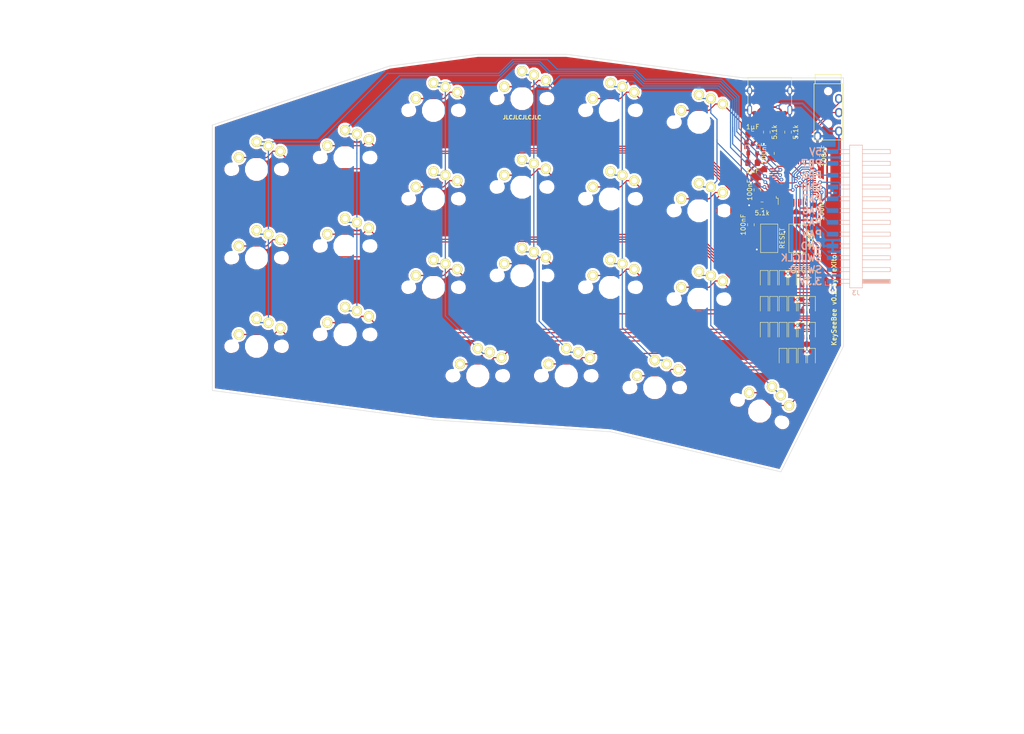
<source format=kicad_pcb>
(kicad_pcb (version 20171130) (host pcbnew 5.0.2+dfsg1-1)
  (layers (0 F.Cu signal) (31 B.Cu signal) (34 B.Paste user) (35 F.Paste user) (36 B.SilkS user) (37 F.SilkS user) (38 B.Mask user) (39 F.Mask user) (44 Edge.Cuts user))
  (net 0 "")
  (net 1 GND)
  (net 2 5V)
  (net 3 "Net-(J1-PadB8)")
  (net 4 "Net-(J1-PadA5)")
  (net 5 D-)
  (net 6 D+)
  (net 7 "Net-(J1-PadA8)")
  (net 8 "Net-(J1-PadB5)")
  (net 9 "Net-(R1-Pad1)")
  (net 10 3.3V)
  (net 11 VBAT)
  (net 12 "Net-(U1-Pad5)")
  (net 13 "Net-(U1-Pad6)")
  (net 14 "Net-(C1-Pad2)")
  (net 15 "Net-(U1-Pad10)")
  (net 16 "Net-(U1-Pad11)")
  (net 17 "Net-(U1-Pad12)")
  (net 18 "Net-(U1-Pad13)")
  (net 19 PA4)
  (net 20 PA5)
  (net 21 PA6)
  (net 22 PA7)
  (net 23 ROW1)
  (net 24 ROW2)
  (net 25 ROW3)
  (net 26 ROW4)
  (net 27 SWDIO)
  (net 28 SWDCLK)
  (net 29 COL1)
  (net 30 COL2)
  (net 31 COL3)
  (net 32 COL4)
  (net 33 PB6)
  (net 34 PB7)
  (net 35 COL5)
  (net 36 COL6)
  (net 37 TX)
  (net 38 RX)
  (net 39 "Net-(U1-Pad2)")
  (net 40 "Net-(U1-Pad3)")
  (net 41 "Net-(U1-Pad4)")
  (net 42 "Net-(U1-Pad22)")
  (net 43 "Net-(U1-Pad26)")
  (net 44 "Net-(U1-Pad27)")
  (net 45 "Net-(U1-Pad28)")
  (net 46 "Net-(U1-Pad29)")
  (net 47 "Net-(D26-Pad2)")
  (net 48 "Net-(D36-Pad2)")
  (net 49 "Net-(D35-Pad2)")
  (net 50 "Net-(D34-Pad2)")
  (net 51 "Net-(D33-Pad2)")
  (net 52 "Net-(D25-Pad2)")
  (net 53 "Net-(D24-Pad2)")
  (net 54 "Net-(D23-Pad2)")
  (net 55 "Net-(D21-Pad2)")
  (net 56 "Net-(D20-Pad2)")
  (net 57 "Net-(D19-Pad2)")
  (net 58 "Net-(D16-Pad2)")
  (net 59 "Net-(D14-Pad2)")
  (net 60 "Net-(D12-Pad2)")
  (net 61 "Net-(D11-Pad2)")
  (net 62 "Net-(D10-Pad2)")
  (net 63 "Net-(D15-Pad2)")
  (net 64 "Net-(D9-Pad2)")
  (net 65 "Net-(D7-Pad2)")
  (net 66 "Net-(D6-Pad2)")
  (net 67 "Net-(D5-Pad2)")
  (net 68 "Net-(D17-Pad2)")
  (module custom:CherryMX_Choc_1u (layer F.Cu) (at 222.631 118.745 333.5)
    (fp_text reference SW15 hide)
    (fp_text value SW_Push hide)
    (pad 1 thru_hole circle (at 5.1 -3.9 283.5) (size 2.2 2.2) (drill 1.2) (layers *.Cu F.SilkS B.Mask) (net 68 "Net-(D17-Pad2)"))
    (pad "" np_thru_hole circle (at 0 0 63.5) (size 4 4) (drill 4) (layers *.Cu *.Mask))
    (pad "" np_thru_hole circle (at -5.5 0 63.5) (size 1.9 1.9) (drill 1.9) (layers *.Cu *.Mask))
    (pad "" np_thru_hole circle (at 5.5 0 63.5) (size 1.9 1.9) (drill 1.9) (layers *.Cu *.Mask))
    (pad 2 thru_hole circle (at 0 -5.9 63.5) (size 2.2 2.2) (drill 1.2) (layers *.Cu F.SilkS B.Mask) (net 36 COL6))
    (pad 2 thru_hole circle (at 2.54 -5.08 333.5) (size 2.2 2.2) (drill 1.2) (layers *.Cu F.SilkS B.Mask) (net 36 COL6))
    (pad 1 thru_hole circle (at -3.81 -2.54 23.5) (size 2.2 2.2) (drill 1.2) (layers *.Cu F.SilkS B.Mask) (net 68 "Net-(D17-Pad2)"))
    (pad "" np_thru_hole circle (at 5.08 0 333.5) (size 1.7 1.7) (drill 1.7) (layers *.Cu *.Mask))
    (pad "" np_thru_hole circle (at -5.08 0 333.5) (size 1.7 1.7) (drill 1.7) (layers *.Cu *.Mask))
  )
  (module custom:CherryMX_Choc_1u (layer F.Cu) (at 114.3 85.725)
    (fp_text reference SW4 hide)
    (fp_text value SW_Push hide)
    (pad "" np_thru_hole circle (at -5.08 0) (size 1.7 1.7) (drill 1.7) (layers *.Cu *.Mask))
    (pad "" np_thru_hole circle (at 5.08 0) (size 1.7 1.7) (drill 1.7) (layers *.Cu *.Mask))
    (pad 1 thru_hole circle (at -3.81 -2.54 50) (size 2.2 2.2) (drill 1.2) (layers *.Cu F.SilkS B.Mask) (net 66 "Net-(D6-Pad2)"))
    (pad 2 thru_hole circle (at 2.54 -5.08) (size 2.2 2.2) (drill 1.2) (layers *.Cu F.SilkS B.Mask) (net 29 COL1))
    (pad 2 thru_hole circle (at 0 -5.9 90) (size 2.2 2.2) (drill 1.2) (layers *.Cu F.SilkS B.Mask) (net 29 COL1))
    (pad "" np_thru_hole circle (at 5.5 0 90) (size 1.9 1.9) (drill 1.9) (layers *.Cu *.Mask))
    (pad "" np_thru_hole circle (at -5.5 0 90) (size 1.9 1.9) (drill 1.9) (layers *.Cu *.Mask))
    (pad "" np_thru_hole circle (at 0 0 90) (size 4 4) (drill 4) (layers *.Cu *.Mask))
    (pad 1 thru_hole circle (at 5.1 -3.9 310) (size 2.2 2.2) (drill 1.2) (layers *.Cu F.SilkS B.Mask) (net 66 "Net-(D6-Pad2)"))
  )
  (module custom:CherryMX_Choc_1u (layer F.Cu) (at 114.3 104.775)
    (fp_text reference SW5 hide)
    (fp_text value SW_Push hide)
    (pad 1 thru_hole circle (at 5.1 -3.9 310) (size 2.2 2.2) (drill 1.2) (layers *.Cu F.SilkS B.Mask) (net 65 "Net-(D7-Pad2)"))
    (pad "" np_thru_hole circle (at 0 0 90) (size 4 4) (drill 4) (layers *.Cu *.Mask))
    (pad "" np_thru_hole circle (at -5.5 0 90) (size 1.9 1.9) (drill 1.9) (layers *.Cu *.Mask))
    (pad "" np_thru_hole circle (at 5.5 0 90) (size 1.9 1.9) (drill 1.9) (layers *.Cu *.Mask))
    (pad 2 thru_hole circle (at 0 -5.9 90) (size 2.2 2.2) (drill 1.2) (layers *.Cu F.SilkS B.Mask) (net 29 COL1))
    (pad 2 thru_hole circle (at 2.54 -5.08) (size 2.2 2.2) (drill 1.2) (layers *.Cu F.SilkS B.Mask) (net 29 COL1))
    (pad 1 thru_hole circle (at -3.81 -2.54 50) (size 2.2 2.2) (drill 1.2) (layers *.Cu F.SilkS B.Mask) (net 65 "Net-(D7-Pad2)"))
    (pad "" np_thru_hole circle (at 5.08 0) (size 1.7 1.7) (drill 1.7) (layers *.Cu *.Mask))
    (pad "" np_thru_hole circle (at -5.08 0) (size 1.7 1.7) (drill 1.7) (layers *.Cu *.Mask))
  )
  (module custom:CherryMX_Choc_1u (layer F.Cu) (at 152.4 53.975)
    (fp_text reference SW7 hide)
    (fp_text value SW_Push hide)
    (pad "" np_thru_hole circle (at -5.08 0) (size 1.7 1.7) (drill 1.7) (layers *.Cu *.Mask))
    (pad "" np_thru_hole circle (at 5.08 0) (size 1.7 1.7) (drill 1.7) (layers *.Cu *.Mask))
    (pad 1 thru_hole circle (at -3.81 -2.54 50) (size 2.2 2.2) (drill 1.2) (layers *.Cu F.SilkS B.Mask) (net 64 "Net-(D9-Pad2)"))
    (pad 2 thru_hole circle (at 2.54 -5.08) (size 2.2 2.2) (drill 1.2) (layers *.Cu F.SilkS B.Mask) (net 31 COL3))
    (pad 2 thru_hole circle (at 0 -5.9 90) (size 2.2 2.2) (drill 1.2) (layers *.Cu F.SilkS B.Mask) (net 31 COL3))
    (pad "" np_thru_hole circle (at 5.5 0 90) (size 1.9 1.9) (drill 1.9) (layers *.Cu *.Mask))
    (pad "" np_thru_hole circle (at -5.5 0 90) (size 1.9 1.9) (drill 1.9) (layers *.Cu *.Mask))
    (pad "" np_thru_hole circle (at 0 0 90) (size 4 4) (drill 4) (layers *.Cu *.Mask))
    (pad 1 thru_hole circle (at 5.1 -3.9 310) (size 2.2 2.2) (drill 1.2) (layers *.Cu F.SilkS B.Mask) (net 64 "Net-(D9-Pad2)"))
  )
  (module custom:CherryMX_Choc_1u (layer F.Cu) (at 209.55 75.565)
    (fp_text reference SW13 hide)
    (fp_text value SW_Push hide)
    (pad 1 thru_hole circle (at 5.1 -3.9 310) (size 2.2 2.2) (drill 1.2) (layers *.Cu F.SilkS B.Mask) (net 63 "Net-(D15-Pad2)"))
    (pad "" np_thru_hole circle (at 0 0 90) (size 4 4) (drill 4) (layers *.Cu *.Mask))
    (pad "" np_thru_hole circle (at -5.5 0 90) (size 1.9 1.9) (drill 1.9) (layers *.Cu *.Mask))
    (pad "" np_thru_hole circle (at 5.5 0 90) (size 1.9 1.9) (drill 1.9) (layers *.Cu *.Mask))
    (pad 2 thru_hole circle (at 0 -5.9 90) (size 2.2 2.2) (drill 1.2) (layers *.Cu F.SilkS B.Mask) (net 36 COL6))
    (pad 2 thru_hole circle (at 2.54 -5.08) (size 2.2 2.2) (drill 1.2) (layers *.Cu F.SilkS B.Mask) (net 36 COL6))
    (pad 1 thru_hole circle (at -3.81 -2.54 50) (size 2.2 2.2) (drill 1.2) (layers *.Cu F.SilkS B.Mask) (net 63 "Net-(D15-Pad2)"))
    (pad "" np_thru_hole circle (at 5.08 0) (size 1.7 1.7) (drill 1.7) (layers *.Cu *.Mask))
    (pad "" np_thru_hole circle (at -5.08 0) (size 1.7 1.7) (drill 1.7) (layers *.Cu *.Mask))
  )
  (module custom:CherryMX_Choc_1u (layer F.Cu) (at 152.4 73.025)
    (fp_text reference SW8 hide)
    (fp_text value SW_Push hide)
    (pad "" np_thru_hole circle (at -5.08 0) (size 1.7 1.7) (drill 1.7) (layers *.Cu *.Mask))
    (pad "" np_thru_hole circle (at 5.08 0) (size 1.7 1.7) (drill 1.7) (layers *.Cu *.Mask))
    (pad 1 thru_hole circle (at -3.81 -2.54 50) (size 2.2 2.2) (drill 1.2) (layers *.Cu F.SilkS B.Mask) (net 62 "Net-(D10-Pad2)"))
    (pad 2 thru_hole circle (at 2.54 -5.08) (size 2.2 2.2) (drill 1.2) (layers *.Cu F.SilkS B.Mask) (net 31 COL3))
    (pad 2 thru_hole circle (at 0 -5.9 90) (size 2.2 2.2) (drill 1.2) (layers *.Cu F.SilkS B.Mask) (net 31 COL3))
    (pad "" np_thru_hole circle (at 5.5 0 90) (size 1.9 1.9) (drill 1.9) (layers *.Cu *.Mask))
    (pad "" np_thru_hole circle (at -5.5 0 90) (size 1.9 1.9) (drill 1.9) (layers *.Cu *.Mask))
    (pad "" np_thru_hole circle (at 0 0 90) (size 4 4) (drill 4) (layers *.Cu *.Mask))
    (pad 1 thru_hole circle (at 5.1 -3.9 310) (size 2.2 2.2) (drill 1.2) (layers *.Cu F.SilkS B.Mask) (net 62 "Net-(D10-Pad2)"))
  )
  (module custom:CherryMX_Choc_1u (layer F.Cu) (at 152.4 92.075)
    (fp_text reference SW9 hide)
    (fp_text value SW_Push hide)
    (pad 1 thru_hole circle (at 5.1 -3.9 310) (size 2.2 2.2) (drill 1.2) (layers *.Cu F.SilkS B.Mask) (net 61 "Net-(D11-Pad2)"))
    (pad "" np_thru_hole circle (at 0 0 90) (size 4 4) (drill 4) (layers *.Cu *.Mask))
    (pad "" np_thru_hole circle (at -5.5 0 90) (size 1.9 1.9) (drill 1.9) (layers *.Cu *.Mask))
    (pad "" np_thru_hole circle (at 5.5 0 90) (size 1.9 1.9) (drill 1.9) (layers *.Cu *.Mask))
    (pad 2 thru_hole circle (at 0 -5.9 90) (size 2.2 2.2) (drill 1.2) (layers *.Cu F.SilkS B.Mask) (net 31 COL3))
    (pad 2 thru_hole circle (at 2.54 -5.08) (size 2.2 2.2) (drill 1.2) (layers *.Cu F.SilkS B.Mask) (net 31 COL3))
    (pad 1 thru_hole circle (at -3.81 -2.54 50) (size 2.2 2.2) (drill 1.2) (layers *.Cu F.SilkS B.Mask) (net 61 "Net-(D11-Pad2)"))
    (pad "" np_thru_hole circle (at 5.08 0) (size 1.7 1.7) (drill 1.7) (layers *.Cu *.Mask))
    (pad "" np_thru_hole circle (at -5.08 0) (size 1.7 1.7) (drill 1.7) (layers *.Cu *.Mask))
  )
  (module custom:CherryMX_Choc_1u (layer F.Cu) (at 161.925 111.125)
    (fp_text reference SW10 hide)
    (fp_text value SW_Push hide)
    (pad "" np_thru_hole circle (at -5.08 0) (size 1.7 1.7) (drill 1.7) (layers *.Cu *.Mask))
    (pad "" np_thru_hole circle (at 5.08 0) (size 1.7 1.7) (drill 1.7) (layers *.Cu *.Mask))
    (pad 1 thru_hole circle (at -3.81 -2.54 50) (size 2.2 2.2) (drill 1.2) (layers *.Cu F.SilkS B.Mask) (net 60 "Net-(D12-Pad2)"))
    (pad 2 thru_hole circle (at 2.54 -5.08) (size 2.2 2.2) (drill 1.2) (layers *.Cu F.SilkS B.Mask) (net 31 COL3))
    (pad 2 thru_hole circle (at 0 -5.9 90) (size 2.2 2.2) (drill 1.2) (layers *.Cu F.SilkS B.Mask) (net 31 COL3))
    (pad "" np_thru_hole circle (at 5.5 0 90) (size 1.9 1.9) (drill 1.9) (layers *.Cu *.Mask))
    (pad "" np_thru_hole circle (at -5.5 0 90) (size 1.9 1.9) (drill 1.9) (layers *.Cu *.Mask))
    (pad "" np_thru_hole circle (at 0 0 90) (size 4 4) (drill 4) (layers *.Cu *.Mask))
    (pad 1 thru_hole circle (at 5.1 -3.9 310) (size 2.2 2.2) (drill 1.2) (layers *.Cu F.SilkS B.Mask) (net 60 "Net-(D12-Pad2)"))
  )
  (module custom:CherryMX_Choc_1u (layer F.Cu) (at 209.55 56.515)
    (fp_text reference SW12 hide)
    (fp_text value SW_Push hide)
    (pad 1 thru_hole circle (at 5.1 -3.9 310) (size 2.2 2.2) (drill 1.2) (layers *.Cu F.SilkS B.Mask) (net 59 "Net-(D14-Pad2)"))
    (pad "" np_thru_hole circle (at 0 0 90) (size 4 4) (drill 4) (layers *.Cu *.Mask))
    (pad "" np_thru_hole circle (at -5.5 0 90) (size 1.9 1.9) (drill 1.9) (layers *.Cu *.Mask))
    (pad "" np_thru_hole circle (at 5.5 0 90) (size 1.9 1.9) (drill 1.9) (layers *.Cu *.Mask))
    (pad 2 thru_hole circle (at 0 -5.9 90) (size 2.2 2.2) (drill 1.2) (layers *.Cu F.SilkS B.Mask) (net 36 COL6))
    (pad 2 thru_hole circle (at 2.54 -5.08) (size 2.2 2.2) (drill 1.2) (layers *.Cu F.SilkS B.Mask) (net 36 COL6))
    (pad 1 thru_hole circle (at -3.81 -2.54 50) (size 2.2 2.2) (drill 1.2) (layers *.Cu F.SilkS B.Mask) (net 59 "Net-(D14-Pad2)"))
    (pad "" np_thru_hole circle (at 5.08 0) (size 1.7 1.7) (drill 1.7) (layers *.Cu *.Mask))
    (pad "" np_thru_hole circle (at -5.08 0) (size 1.7 1.7) (drill 1.7) (layers *.Cu *.Mask))
  )
  (module custom:CherryMX_Choc_1u (layer F.Cu) (at 209.55 94.615)
    (fp_text reference SW14 hide)
    (fp_text value SW_Push hide)
    (pad "" np_thru_hole circle (at -5.08 0) (size 1.7 1.7) (drill 1.7) (layers *.Cu *.Mask))
    (pad "" np_thru_hole circle (at 5.08 0) (size 1.7 1.7) (drill 1.7) (layers *.Cu *.Mask))
    (pad 1 thru_hole circle (at -3.81 -2.54 50) (size 2.2 2.2) (drill 1.2) (layers *.Cu F.SilkS B.Mask) (net 58 "Net-(D16-Pad2)"))
    (pad 2 thru_hole circle (at 2.54 -5.08) (size 2.2 2.2) (drill 1.2) (layers *.Cu F.SilkS B.Mask) (net 36 COL6))
    (pad 2 thru_hole circle (at 0 -5.9 90) (size 2.2 2.2) (drill 1.2) (layers *.Cu F.SilkS B.Mask) (net 36 COL6))
    (pad "" np_thru_hole circle (at 5.5 0 90) (size 1.9 1.9) (drill 1.9) (layers *.Cu *.Mask))
    (pad "" np_thru_hole circle (at -5.5 0 90) (size 1.9 1.9) (drill 1.9) (layers *.Cu *.Mask))
    (pad "" np_thru_hole circle (at 0 0 90) (size 4 4) (drill 4) (layers *.Cu *.Mask))
    (pad 1 thru_hole circle (at 5.1 -3.9 310) (size 2.2 2.2) (drill 1.2) (layers *.Cu F.SilkS B.Mask) (net 58 "Net-(D16-Pad2)"))
  )
  (module custom:CherryMX_Choc_1u (layer F.Cu) (at 133.35 64.135)
    (fp_text reference SW17 hide)
    (fp_text value SW_Push hide)
    (pad 1 thru_hole circle (at 5.1 -3.9 310) (size 2.2 2.2) (drill 1.2) (layers *.Cu F.SilkS B.Mask) (net 57 "Net-(D19-Pad2)"))
    (pad "" np_thru_hole circle (at 0 0 90) (size 4 4) (drill 4) (layers *.Cu *.Mask))
    (pad "" np_thru_hole circle (at -5.5 0 90) (size 1.9 1.9) (drill 1.9) (layers *.Cu *.Mask))
    (pad "" np_thru_hole circle (at 5.5 0 90) (size 1.9 1.9) (drill 1.9) (layers *.Cu *.Mask))
    (pad 2 thru_hole circle (at 0 -5.9 90) (size 2.2 2.2) (drill 1.2) (layers *.Cu F.SilkS B.Mask) (net 30 COL2))
    (pad 2 thru_hole circle (at 2.54 -5.08) (size 2.2 2.2) (drill 1.2) (layers *.Cu F.SilkS B.Mask) (net 30 COL2))
    (pad 1 thru_hole circle (at -3.81 -2.54 50) (size 2.2 2.2) (drill 1.2) (layers *.Cu F.SilkS B.Mask) (net 57 "Net-(D19-Pad2)"))
    (pad "" np_thru_hole circle (at 5.08 0) (size 1.7 1.7) (drill 1.7) (layers *.Cu *.Mask))
    (pad "" np_thru_hole circle (at -5.08 0) (size 1.7 1.7) (drill 1.7) (layers *.Cu *.Mask))
  )
  (module custom:CherryMX_Choc_1u (layer F.Cu) (at 133.35 83.185)
    (fp_text reference SW18 hide)
    (fp_text value SW_Push hide)
    (pad "" np_thru_hole circle (at -5.08 0) (size 1.7 1.7) (drill 1.7) (layers *.Cu *.Mask))
    (pad "" np_thru_hole circle (at 5.08 0) (size 1.7 1.7) (drill 1.7) (layers *.Cu *.Mask))
    (pad 1 thru_hole circle (at -3.81 -2.54 50) (size 2.2 2.2) (drill 1.2) (layers *.Cu F.SilkS B.Mask) (net 56 "Net-(D20-Pad2)"))
    (pad 2 thru_hole circle (at 2.54 -5.08) (size 2.2 2.2) (drill 1.2) (layers *.Cu F.SilkS B.Mask) (net 30 COL2))
    (pad 2 thru_hole circle (at 0 -5.9 90) (size 2.2 2.2) (drill 1.2) (layers *.Cu F.SilkS B.Mask) (net 30 COL2))
    (pad "" np_thru_hole circle (at 5.5 0 90) (size 1.9 1.9) (drill 1.9) (layers *.Cu *.Mask))
    (pad "" np_thru_hole circle (at -5.5 0 90) (size 1.9 1.9) (drill 1.9) (layers *.Cu *.Mask))
    (pad "" np_thru_hole circle (at 0 0 90) (size 4 4) (drill 4) (layers *.Cu *.Mask))
    (pad 1 thru_hole circle (at 5.1 -3.9 310) (size 2.2 2.2) (drill 1.2) (layers *.Cu F.SilkS B.Mask) (net 56 "Net-(D20-Pad2)"))
  )
  (module custom:CherryMX_Choc_1u (layer F.Cu) (at 133.35 102.235)
    (fp_text reference SW19 hide)
    (fp_text value SW_Push hide)
    (pad 1 thru_hole circle (at 5.1 -3.9 310) (size 2.2 2.2) (drill 1.2) (layers *.Cu F.SilkS B.Mask) (net 55 "Net-(D21-Pad2)"))
    (pad "" np_thru_hole circle (at 0 0 90) (size 4 4) (drill 4) (layers *.Cu *.Mask))
    (pad "" np_thru_hole circle (at -5.5 0 90) (size 1.9 1.9) (drill 1.9) (layers *.Cu *.Mask))
    (pad "" np_thru_hole circle (at 5.5 0 90) (size 1.9 1.9) (drill 1.9) (layers *.Cu *.Mask))
    (pad 2 thru_hole circle (at 0 -5.9 90) (size 2.2 2.2) (drill 1.2) (layers *.Cu F.SilkS B.Mask) (net 30 COL2))
    (pad 2 thru_hole circle (at 2.54 -5.08) (size 2.2 2.2) (drill 1.2) (layers *.Cu F.SilkS B.Mask) (net 30 COL2))
    (pad 1 thru_hole circle (at -3.81 -2.54 50) (size 2.2 2.2) (drill 1.2) (layers *.Cu F.SilkS B.Mask) (net 55 "Net-(D21-Pad2)"))
    (pad "" np_thru_hole circle (at 5.08 0) (size 1.7 1.7) (drill 1.7) (layers *.Cu *.Mask))
    (pad "" np_thru_hole circle (at -5.08 0) (size 1.7 1.7) (drill 1.7) (layers *.Cu *.Mask))
  )
  (module custom:CherryMX_Choc_1u (layer F.Cu) (at 171.45 51.435)
    (fp_text reference SW21 hide)
    (fp_text value SW_Push hide)
    (pad "" np_thru_hole circle (at -5.08 0) (size 1.7 1.7) (drill 1.7) (layers *.Cu *.Mask))
    (pad "" np_thru_hole circle (at 5.08 0) (size 1.7 1.7) (drill 1.7) (layers *.Cu *.Mask))
    (pad 1 thru_hole circle (at -3.81 -2.54 50) (size 2.2 2.2) (drill 1.2) (layers *.Cu F.SilkS B.Mask) (net 54 "Net-(D23-Pad2)"))
    (pad 2 thru_hole circle (at 2.54 -5.08) (size 2.2 2.2) (drill 1.2) (layers *.Cu F.SilkS B.Mask) (net 32 COL4))
    (pad 2 thru_hole circle (at 0 -5.9 90) (size 2.2 2.2) (drill 1.2) (layers *.Cu F.SilkS B.Mask) (net 32 COL4))
    (pad "" np_thru_hole circle (at 5.5 0 90) (size 1.9 1.9) (drill 1.9) (layers *.Cu *.Mask))
    (pad "" np_thru_hole circle (at -5.5 0 90) (size 1.9 1.9) (drill 1.9) (layers *.Cu *.Mask))
    (pad "" np_thru_hole circle (at 0 0 90) (size 4 4) (drill 4) (layers *.Cu *.Mask))
    (pad 1 thru_hole circle (at 5.1 -3.9 310) (size 2.2 2.2) (drill 1.2) (layers *.Cu F.SilkS B.Mask) (net 54 "Net-(D23-Pad2)"))
  )
  (module custom:CherryMX_Choc_1u (layer F.Cu) (at 171.45 70.485)
    (fp_text reference SW22 hide)
    (fp_text value SW_Push hide)
    (pad 1 thru_hole circle (at 5.1 -3.9 310) (size 2.2 2.2) (drill 1.2) (layers *.Cu F.SilkS B.Mask) (net 53 "Net-(D24-Pad2)"))
    (pad "" np_thru_hole circle (at 0 0 90) (size 4 4) (drill 4) (layers *.Cu *.Mask))
    (pad "" np_thru_hole circle (at -5.5 0 90) (size 1.9 1.9) (drill 1.9) (layers *.Cu *.Mask))
    (pad "" np_thru_hole circle (at 5.5 0 90) (size 1.9 1.9) (drill 1.9) (layers *.Cu *.Mask))
    (pad 2 thru_hole circle (at 0 -5.9 90) (size 2.2 2.2) (drill 1.2) (layers *.Cu F.SilkS B.Mask) (net 32 COL4))
    (pad 2 thru_hole circle (at 2.54 -5.08) (size 2.2 2.2) (drill 1.2) (layers *.Cu F.SilkS B.Mask) (net 32 COL4))
    (pad 1 thru_hole circle (at -3.81 -2.54 50) (size 2.2 2.2) (drill 1.2) (layers *.Cu F.SilkS B.Mask) (net 53 "Net-(D24-Pad2)"))
    (pad "" np_thru_hole circle (at 5.08 0) (size 1.7 1.7) (drill 1.7) (layers *.Cu *.Mask))
    (pad "" np_thru_hole circle (at -5.08 0) (size 1.7 1.7) (drill 1.7) (layers *.Cu *.Mask))
  )
  (module custom:CherryMX_Choc_1u (layer F.Cu) (at 171.45 89.535)
    (fp_text reference SW23 hide)
    (fp_text value SW_Push hide)
    (pad "" np_thru_hole circle (at -5.08 0) (size 1.7 1.7) (drill 1.7) (layers *.Cu *.Mask))
    (pad "" np_thru_hole circle (at 5.08 0) (size 1.7 1.7) (drill 1.7) (layers *.Cu *.Mask))
    (pad 1 thru_hole circle (at -3.81 -2.54 50) (size 2.2 2.2) (drill 1.2) (layers *.Cu F.SilkS B.Mask) (net 52 "Net-(D25-Pad2)"))
    (pad 2 thru_hole circle (at 2.54 -5.08) (size 2.2 2.2) (drill 1.2) (layers *.Cu F.SilkS B.Mask) (net 32 COL4))
    (pad 2 thru_hole circle (at 0 -5.9 90) (size 2.2 2.2) (drill 1.2) (layers *.Cu F.SilkS B.Mask) (net 32 COL4))
    (pad "" np_thru_hole circle (at 5.5 0 90) (size 1.9 1.9) (drill 1.9) (layers *.Cu *.Mask))
    (pad "" np_thru_hole circle (at -5.5 0 90) (size 1.9 1.9) (drill 1.9) (layers *.Cu *.Mask))
    (pad "" np_thru_hole circle (at 0 0 90) (size 4 4) (drill 4) (layers *.Cu *.Mask))
    (pad 1 thru_hole circle (at 5.1 -3.9 310) (size 2.2 2.2) (drill 1.2) (layers *.Cu F.SilkS B.Mask) (net 52 "Net-(D25-Pad2)"))
  )
  (module custom:CherryMX_Choc_1u (layer F.Cu) (at 190.5 53.975)
    (fp_text reference SW31 hide)
    (fp_text value SW_Push hide)
    (pad 1 thru_hole circle (at 5.1 -3.9 310) (size 2.2 2.2) (drill 1.2) (layers *.Cu F.SilkS B.Mask) (net 51 "Net-(D33-Pad2)"))
    (pad "" np_thru_hole circle (at 0 0 90) (size 4 4) (drill 4) (layers *.Cu *.Mask))
    (pad "" np_thru_hole circle (at -5.5 0 90) (size 1.9 1.9) (drill 1.9) (layers *.Cu *.Mask))
    (pad "" np_thru_hole circle (at 5.5 0 90) (size 1.9 1.9) (drill 1.9) (layers *.Cu *.Mask))
    (pad 2 thru_hole circle (at 0 -5.9 90) (size 2.2 2.2) (drill 1.2) (layers *.Cu F.SilkS B.Mask) (net 35 COL5))
    (pad 2 thru_hole circle (at 2.54 -5.08) (size 2.2 2.2) (drill 1.2) (layers *.Cu F.SilkS B.Mask) (net 35 COL5))
    (pad 1 thru_hole circle (at -3.81 -2.54 50) (size 2.2 2.2) (drill 1.2) (layers *.Cu F.SilkS B.Mask) (net 51 "Net-(D33-Pad2)"))
    (pad "" np_thru_hole circle (at 5.08 0) (size 1.7 1.7) (drill 1.7) (layers *.Cu *.Mask))
    (pad "" np_thru_hole circle (at -5.08 0) (size 1.7 1.7) (drill 1.7) (layers *.Cu *.Mask))
  )
  (module custom:CherryMX_Choc_1u (layer F.Cu) (at 190.5 73.025)
    (fp_text reference SW32 hide)
    (fp_text value SW_Push hide)
    (pad "" np_thru_hole circle (at -5.08 0) (size 1.7 1.7) (drill 1.7) (layers *.Cu *.Mask))
    (pad "" np_thru_hole circle (at 5.08 0) (size 1.7 1.7) (drill 1.7) (layers *.Cu *.Mask))
    (pad 1 thru_hole circle (at -3.81 -2.54 50) (size 2.2 2.2) (drill 1.2) (layers *.Cu F.SilkS B.Mask) (net 50 "Net-(D34-Pad2)"))
    (pad 2 thru_hole circle (at 2.54 -5.08) (size 2.2 2.2) (drill 1.2) (layers *.Cu F.SilkS B.Mask) (net 35 COL5))
    (pad 2 thru_hole circle (at 0 -5.9 90) (size 2.2 2.2) (drill 1.2) (layers *.Cu F.SilkS B.Mask) (net 35 COL5))
    (pad "" np_thru_hole circle (at 5.5 0 90) (size 1.9 1.9) (drill 1.9) (layers *.Cu *.Mask))
    (pad "" np_thru_hole circle (at -5.5 0 90) (size 1.9 1.9) (drill 1.9) (layers *.Cu *.Mask))
    (pad "" np_thru_hole circle (at 0 0 90) (size 4 4) (drill 4) (layers *.Cu *.Mask))
    (pad 1 thru_hole circle (at 5.1 -3.9 310) (size 2.2 2.2) (drill 1.2) (layers *.Cu F.SilkS B.Mask) (net 50 "Net-(D34-Pad2)"))
  )
  (module custom:CherryMX_Choc_1u (layer F.Cu) (at 190.5 92.075)
    (fp_text reference SW33 hide)
    (fp_text value SW_Push hide)
    (pad 1 thru_hole circle (at 5.1 -3.9 310) (size 2.2 2.2) (drill 1.2) (layers *.Cu F.SilkS B.Mask) (net 49 "Net-(D35-Pad2)"))
    (pad "" np_thru_hole circle (at 0 0 90) (size 4 4) (drill 4) (layers *.Cu *.Mask))
    (pad "" np_thru_hole circle (at -5.5 0 90) (size 1.9 1.9) (drill 1.9) (layers *.Cu *.Mask))
    (pad "" np_thru_hole circle (at 5.5 0 90) (size 1.9 1.9) (drill 1.9) (layers *.Cu *.Mask))
    (pad 2 thru_hole circle (at 0 -5.9 90) (size 2.2 2.2) (drill 1.2) (layers *.Cu F.SilkS B.Mask) (net 35 COL5))
    (pad 2 thru_hole circle (at 2.54 -5.08) (size 2.2 2.2) (drill 1.2) (layers *.Cu F.SilkS B.Mask) (net 35 COL5))
    (pad 1 thru_hole circle (at -3.81 -2.54 50) (size 2.2 2.2) (drill 1.2) (layers *.Cu F.SilkS B.Mask) (net 49 "Net-(D35-Pad2)"))
    (pad "" np_thru_hole circle (at 5.08 0) (size 1.7 1.7) (drill 1.7) (layers *.Cu *.Mask))
    (pad "" np_thru_hole circle (at -5.08 0) (size 1.7 1.7) (drill 1.7) (layers *.Cu *.Mask))
  )
  (module custom:CherryMX_Choc_1u (layer F.Cu) (at 200.025 113.665)
    (fp_text reference SW34 hide)
    (fp_text value SW_Push hide)
    (pad "" np_thru_hole circle (at -5.08 0) (size 1.7 1.7) (drill 1.7) (layers *.Cu *.Mask))
    (pad "" np_thru_hole circle (at 5.08 0) (size 1.7 1.7) (drill 1.7) (layers *.Cu *.Mask))
    (pad 1 thru_hole circle (at -3.81 -2.54 50) (size 2.2 2.2) (drill 1.2) (layers *.Cu F.SilkS B.Mask) (net 48 "Net-(D36-Pad2)"))
    (pad 2 thru_hole circle (at 2.54 -5.08) (size 2.2 2.2) (drill 1.2) (layers *.Cu F.SilkS B.Mask) (net 35 COL5))
    (pad 2 thru_hole circle (at 0 -5.9 90) (size 2.2 2.2) (drill 1.2) (layers *.Cu F.SilkS B.Mask) (net 35 COL5))
    (pad "" np_thru_hole circle (at 5.5 0 90) (size 1.9 1.9) (drill 1.9) (layers *.Cu *.Mask))
    (pad "" np_thru_hole circle (at -5.5 0 90) (size 1.9 1.9) (drill 1.9) (layers *.Cu *.Mask))
    (pad "" np_thru_hole circle (at 0 0 90) (size 4 4) (drill 4) (layers *.Cu *.Mask))
    (pad 1 thru_hole circle (at 5.1 -3.9 310) (size 2.2 2.2) (drill 1.2) (layers *.Cu F.SilkS B.Mask) (net 48 "Net-(D36-Pad2)"))
  )
  (module custom:CherryMX_Choc_1u (layer F.Cu) (at 180.975 111.125)
    (fp_text reference SW24 hide)
    (fp_text value SW_Push hide)
    (pad 1 thru_hole circle (at 5.1 -3.9 310) (size 2.2 2.2) (drill 1.2) (layers *.Cu F.SilkS B.Mask) (net 47 "Net-(D26-Pad2)"))
    (pad "" np_thru_hole circle (at 0 0 90) (size 4 4) (drill 4) (layers *.Cu *.Mask))
    (pad "" np_thru_hole circle (at -5.5 0 90) (size 1.9 1.9) (drill 1.9) (layers *.Cu *.Mask))
    (pad "" np_thru_hole circle (at 5.5 0 90) (size 1.9 1.9) (drill 1.9) (layers *.Cu *.Mask))
    (pad 2 thru_hole circle (at 0 -5.9 90) (size 2.2 2.2) (drill 1.2) (layers *.Cu F.SilkS B.Mask) (net 32 COL4))
    (pad 2 thru_hole circle (at 2.54 -5.08) (size 2.2 2.2) (drill 1.2) (layers *.Cu F.SilkS B.Mask) (net 32 COL4))
    (pad 1 thru_hole circle (at -3.81 -2.54 50) (size 2.2 2.2) (drill 1.2) (layers *.Cu F.SilkS B.Mask) (net 47 "Net-(D26-Pad2)"))
    (pad "" np_thru_hole circle (at 5.08 0) (size 1.7 1.7) (drill 1.7) (layers *.Cu *.Mask))
    (pad "" np_thru_hole circle (at -5.08 0) (size 1.7 1.7) (drill 1.7) (layers *.Cu *.Mask))
  )
  (module custom:CherryMX_Choc_1u (layer F.Cu) (at 114.3 66.675)
    (fp_text reference SW3 hide)
    (fp_text value SW_Push hide)
    (pad 1 thru_hole circle (at 5.1 -3.9 310) (size 2.2 2.2) (drill 1.2) (layers *.Cu F.SilkS B.Mask) (net 67 "Net-(D5-Pad2)"))
    (pad "" np_thru_hole circle (at 0 0 90) (size 4 4) (drill 4) (layers *.Cu *.Mask))
    (pad "" np_thru_hole circle (at -5.5 0 90) (size 1.9 1.9) (drill 1.9) (layers *.Cu *.Mask))
    (pad "" np_thru_hole circle (at 5.5 0 90) (size 1.9 1.9) (drill 1.9) (layers *.Cu *.Mask))
    (pad 2 thru_hole circle (at 0 -5.9 90) (size 2.2 2.2) (drill 1.2) (layers *.Cu F.SilkS B.Mask) (net 29 COL1))
    (pad 2 thru_hole circle (at 2.54 -5.08) (size 2.2 2.2) (drill 1.2) (layers *.Cu F.SilkS B.Mask) (net 29 COL1))
    (pad 1 thru_hole circle (at -3.81 -2.54 50) (size 2.2 2.2) (drill 1.2) (layers *.Cu F.SilkS B.Mask) (net 67 "Net-(D5-Pad2)"))
    (pad "" np_thru_hole circle (at 5.08 0) (size 1.7 1.7) (drill 1.7) (layers *.Cu *.Mask))
    (pad "" np_thru_hole circle (at -5.08 0) (size 1.7 1.7) (drill 1.7) (layers *.Cu *.Mask))
  )
  (module keebio:TRRS-PJ-320A-no-Fmask (layer F.Cu) (at 237.363 48.26)
    (fp_text reference J2)
    (fp_text value AudioJack4)
    (pad 1 thru_hole oval (at -2.3 11.3) (size 1.6 2) (drill oval 0.9 1.3) (layers *.Cu B.Mask) (net 1 GND))
    (pad 2 thru_hole oval (at 2.3 10.2) (size 1.6 2) (drill oval 0.9 1.3) (layers *.Cu B.Mask) (net 2 5V))
    (pad 4 thru_hole oval (at 2.3 3.2) (size 1.6 2) (drill oval 0.9 1.3) (layers *.Cu B.Mask) (net 38 RX))
    (pad "" np_thru_hole circle (at 0 8.6) (size 0.8 0.8) (drill 0.8) (layers *.Cu *.Mask))
    (pad "" np_thru_hole circle (at 0 1.6) (size 0.8 0.8) (drill 0.8) (layers *.Cu *.Mask))
    (pad 3 thru_hole oval (at 2.3 6.2) (size 1.6 2) (drill oval 0.9 1.3) (layers *.Cu B.Mask) (net 37 TX))
    (pad 4 thru_hole oval (at 2.3 3.2) (size 1 1.4) (drill oval 0.9 1.3) (layers *.Cu F.Mask) (net 38 RX))
    (pad 3 thru_hole oval (at 2.3 6.2) (size 1 1.4) (drill oval 0.9 1.3) (layers *.Cu F.Mask) (net 37 TX))
    (pad 2 thru_hole oval (at 2.3 10.2) (size 1 1.4) (drill oval 0.9 1.3) (layers *.Cu F.Mask) (net 2 5V))
    (pad 1 thru_hole oval (at -2.3 11.3) (size 1 1.4) (drill oval 0.9 1.3) (layers *.Cu F.Mask) (net 1 GND))
  )
  (module kicad-harwin:Harwin_M20-89012xx_1x12_P2.54mm_Horizontal (layer B.Cu) (at 243.84 76.835)
    (fp_text reference J3 (at -0.48 16.44) (layer B.SilkS) (effects (justify mirror)))
    (fp_text value Conn_01x12_Male)
    (pad "" smd rect (at 3.895 13.97) (size 6 0.76) (layers B.SilkS))
    (pad 12 smd rect (at -5.525 -13.97) (size 2.5 1) (layers B.Cu B.Paste B.Mask) (net 2 5V))
    (pad 11 smd rect (at -5.525 -11.43) (size 2.5 1) (layers B.Cu B.Paste B.Mask) (net 34 PB7))
    (pad 10 smd rect (at -5.525 -8.89) (size 2.5 1) (layers B.Cu B.Paste B.Mask) (net 33 PB6))
    (pad 9 smd rect (at -5.525 -6.35) (size 2.5 1) (layers B.Cu B.Paste B.Mask) (net 1 GND))
    (pad 8 smd rect (at -5.525 -3.81) (size 2.5 1) (layers B.Cu B.Paste B.Mask) (net 22 PA7))
    (pad 7 smd rect (at -5.525 -1.27) (size 2.5 1) (layers B.Cu B.Paste B.Mask) (net 21 PA6))
    (pad 6 smd rect (at -5.525 1.27) (size 2.5 1) (layers B.Cu B.Paste B.Mask) (net 20 PA5))
    (pad 5 smd rect (at -5.525 3.81) (size 2.5 1) (layers B.Cu B.Paste B.Mask) (net 19 PA4))
    (pad 4 smd rect (at -5.525 6.35) (size 2.5 1) (layers B.Cu B.Paste B.Mask) (net 1 GND))
    (pad 3 smd rect (at -5.525 8.89) (size 2.5 1) (layers B.Cu B.Paste B.Mask) (net 28 SWDCLK))
    (pad 2 smd rect (at -5.525 11.43) (size 2.5 1) (layers B.Cu B.Paste B.Mask) (net 27 SWDIO))
    (pad 1 smd rect (at -5.525 13.97) (size 2.5 1) (layers B.Cu B.Paste B.Mask) (net 10 3.3V))
  )
  (module Button_Switch_SMD:SW_SPST_CK_RS282G05A3 (layer F.Cu) (at 230.759 81.534 90)
    (fp_text reference SW1 hide)
    (fp_text value BOOT (at 0 2.794 90) (layer F.SilkS))
    (pad 2 smd rect (at 3.9 0 90) (size 1.5 1.5) (layers F.Cu F.Paste F.Mask) (net 10 3.3V))
    (pad 1 smd rect (at -3.9 0 90) (size 1.5 1.5) (layers F.Cu F.Paste F.Mask) (net 9 "Net-(R1-Pad1)"))
  )
  (module Button_Switch_SMD:SW_SPST_CK_RS282G05A3 (layer F.Cu) (at 224.663 81.534 90)
    (fp_text reference SW2 hide)
    (fp_text value RESET (at 0 2.794 90) (layer F.SilkS))
    (pad 2 smd rect (at 3.9 0 90) (size 1.5 1.5) (layers F.Cu F.Paste F.Mask) (net 14 "Net-(C1-Pad2)"))
    (pad 1 smd rect (at -3.9 0 90) (size 1.5 1.5) (layers F.Cu F.Paste F.Mask) (net 1 GND))
  )
  (module Capacitor_SMD:C_0805_2012Metric_Pad1.15x1.40mm_HandSolder (layer F.Cu) (at 221.107 59.182)
    (fp_text reference C7 hide)
    (fp_text value 1µF (at 0 -1.65) (layer F.SilkS))
    (pad 2 smd roundrect (at 1.025 0) (size 1.15 1.4) (layers F.Cu F.Paste F.Mask) (roundrect_rratio 0.217391) (net 2 5V))
    (pad 1 smd roundrect (at -1.025 0) (size 1.15 1.4) (layers F.Cu F.Paste F.Mask) (roundrect_rratio 0.217391) (net 1 GND))
  )
  (module Capacitor_SMD:C_0805_2012Metric_Pad1.15x1.40mm_HandSolder (layer F.Cu) (at 225.044 63.246 270)
    (fp_text reference C5 hide)
    (fp_text value 100nF (at 0 1.524 270) (layer F.SilkS))
    (pad 2 smd roundrect (at 1.025 0 270) (size 1.15 1.4) (layers F.Cu F.Paste F.Mask) (roundrect_rratio 0.217391) (net 10 3.3V))
    (pad 1 smd roundrect (at -1.025 0 270) (size 1.15 1.4) (layers F.Cu F.Paste F.Mask) (roundrect_rratio 0.217391) (net 1 GND))
  )
  (module Capacitor_SMD:C_0805_2012Metric_Pad1.15x1.40mm_HandSolder (layer F.Cu) (at 222.123 71.12 270)
    (fp_text reference C4 hide)
    (fp_text value 100nF (at 0 1.65 270) (layer F.SilkS))
    (pad 2 smd roundrect (at 1.025 0 270) (size 1.15 1.4) (layers F.Cu F.Paste F.Mask) (roundrect_rratio 0.217391) (net 10 3.3V))
    (pad 1 smd roundrect (at -1.025 0 270) (size 1.15 1.4) (layers F.Cu F.Paste F.Mask) (roundrect_rratio 0.217391) (net 1 GND))
  )
  (module Capacitor_SMD:C_0805_2012Metric_Pad1.15x1.40mm_HandSolder (layer F.Cu) (at 234.315 75.438 90)
    (fp_text reference C3 hide)
    (fp_text value 100nF (at 0 1.65 90) (layer F.SilkS))
    (pad 2 smd roundrect (at 1.025 0 90) (size 1.15 1.4) (layers F.Cu F.Paste F.Mask) (roundrect_rratio 0.217391) (net 10 3.3V))
    (pad 1 smd roundrect (at -1.025 0 90) (size 1.15 1.4) (layers F.Cu F.Paste F.Mask) (roundrect_rratio 0.217391) (net 1 GND))
  )
  (module Capacitor_SMD:C_0805_2012Metric_Pad1.15x1.40mm_HandSolder (layer F.Cu) (at 221.107 65.278)
    (fp_text reference C6 hide)
    (fp_text value 1µF (at 0 1.65) (layer F.SilkS))
    (pad 2 smd roundrect (at 1.025 0) (size 1.15 1.4) (layers F.Cu F.Paste F.Mask) (roundrect_rratio 0.217391) (net 10 3.3V))
    (pad 1 smd roundrect (at -1.025 0) (size 1.15 1.4) (layers F.Cu F.Paste F.Mask) (roundrect_rratio 0.217391) (net 1 GND))
  )
  (module Capacitor_SMD:C_0805_2012Metric_Pad1.15x1.40mm_HandSolder (layer F.Cu) (at 220.726 78.613 90)
    (fp_text reference C1 hide)
    (fp_text value 100nF (at 0 -1.65 90) (layer F.SilkS))
    (pad 2 smd roundrect (at 1.025 0 90) (size 1.15 1.4) (layers F.Cu F.Paste F.Mask) (roundrect_rratio 0.217391) (net 14 "Net-(C1-Pad2)"))
    (pad 1 smd roundrect (at -1.025 0 90) (size 1.15 1.4) (layers F.Cu F.Paste F.Mask) (roundrect_rratio 0.217391) (net 1 GND))
  )
  (module Capacitor_SMD:C_0805_2012Metric_Pad1.15x1.40mm_HandSolder (layer F.Cu) (at 234.823 63.754 90)
    (fp_text reference C2 hide)
    (fp_text value 100nF (at 0 1.65 90) (layer F.SilkS))
    (pad 2 smd roundrect (at 1.025 0 90) (size 1.15 1.4) (layers F.Cu F.Paste F.Mask) (roundrect_rratio 0.217391) (net 10 3.3V))
    (pad 1 smd roundrect (at -1.025 0 90) (size 1.15 1.4) (layers F.Cu F.Paste F.Mask) (roundrect_rratio 0.217391) (net 1 GND))
  )
  (module Diode_SMD:D_SOD-323_HandSoldering (layer F.Cu) (at 233.75944 101.544927 270)
    (fp_text reference D16 hide)
    (fp_text value D3.6)
    (pad 2 smd rect (at 1.25 0 270) (size 1 1) (layers F.Cu F.Paste F.Mask) (net 58 "Net-(D16-Pad2)"))
    (pad 1 smd rect (at -1.25 0 270) (size 1 1) (layers F.Cu F.Paste F.Mask) (net 25 ROW3))
  )
  (module Diode_SMD:D_SOD-323_HandSoldering (layer F.Cu) (at 233.75944 90.368927 270)
    (fp_text reference D14 hide)
    (fp_text value D1.6)
    (pad 2 smd rect (at 1.25 0 270) (size 1 1) (layers F.Cu F.Paste F.Mask) (net 59 "Net-(D14-Pad2)"))
    (pad 1 smd rect (at -1.25 0 270) (size 1 1) (layers F.Cu F.Paste F.Mask) (net 23 ROW1))
  )
  (module Diode_SMD:D_SOD-323_HandSoldering (layer F.Cu) (at 227.66344 107.132927 270)
    (fp_text reference D12 hide)
    (fp_text value D4.3)
    (pad 2 smd rect (at 1.25 0 270) (size 1 1) (layers F.Cu F.Paste F.Mask) (net 60 "Net-(D12-Pad2)"))
    (pad 1 smd rect (at -1.25 0 270) (size 1 1) (layers F.Cu F.Paste F.Mask) (net 26 ROW4))
  )
  (module Diode_SMD:D_SOD-323_HandSoldering (layer F.Cu) (at 227.66344 101.544927 270)
    (fp_text reference D11 hide)
    (fp_text value D3.3)
    (pad 2 smd rect (at 1.25 0 270) (size 1 1) (layers F.Cu F.Paste F.Mask) (net 61 "Net-(D11-Pad2)"))
    (pad 1 smd rect (at -1.25 0 270) (size 1 1) (layers F.Cu F.Paste F.Mask) (net 25 ROW3))
  )
  (module Diode_SMD:D_SOD-323_HandSoldering (layer F.Cu) (at 227.66344 95.956927 270)
    (fp_text reference D10 hide)
    (fp_text value D2.3)
    (pad 2 smd rect (at 1.25 0 270) (size 1 1) (layers F.Cu F.Paste F.Mask) (net 62 "Net-(D10-Pad2)"))
    (pad 1 smd rect (at -1.25 0 270) (size 1 1) (layers F.Cu F.Paste F.Mask) (net 24 ROW2))
  )
  (module Diode_SMD:D_SOD-323_HandSoldering (layer F.Cu) (at 227.66344 90.368927 270)
    (fp_text reference D9 hide)
    (fp_text value D1.3)
    (pad 2 smd rect (at 1.25 0 270) (size 1 1) (layers F.Cu F.Paste F.Mask) (net 64 "Net-(D9-Pad2)"))
    (pad 1 smd rect (at -1.25 0 270) (size 1 1) (layers F.Cu F.Paste F.Mask) (net 23 ROW1))
  )
  (module Diode_SMD:D_SOD-323_HandSoldering (layer F.Cu) (at 223.59944 101.544927 270)
    (fp_text reference D7 hide)
    (fp_text value D3.1)
    (pad 2 smd rect (at 1.25 0 270) (size 1 1) (layers F.Cu F.Paste F.Mask) (net 65 "Net-(D7-Pad2)"))
    (pad 1 smd rect (at -1.25 0 270) (size 1 1) (layers F.Cu F.Paste F.Mask) (net 25 ROW3))
  )
  (module Diode_SMD:D_SOD-323_HandSoldering (layer F.Cu) (at 223.59944 95.956927 270)
    (fp_text reference D6 hide)
    (fp_text value D2.1)
    (pad 2 smd rect (at 1.25 0 270) (size 1 1) (layers F.Cu F.Paste F.Mask) (net 66 "Net-(D6-Pad2)"))
    (pad 1 smd rect (at -1.25 0 270) (size 1 1) (layers F.Cu F.Paste F.Mask) (net 24 ROW2))
  )
  (module Diode_SMD:D_SOD-323_HandSoldering (layer F.Cu) (at 223.59944 90.368927 270)
    (fp_text reference D5 hide)
    (fp_text value D1.1)
    (pad 2 smd rect (at 1.25 0 270) (size 1 1) (layers F.Cu F.Paste F.Mask) (net 67 "Net-(D5-Pad2)"))
    (pad 1 smd rect (at -1.25 0 270) (size 1 1) (layers F.Cu F.Paste F.Mask) (net 23 ROW1))
  )
  (module Diode_SMD:D_SOD-323_HandSoldering (layer F.Cu) (at 231.72744 107.132927 270)
    (fp_text reference D36 hide)
    (fp_text value D4.5)
    (pad 2 smd rect (at 1.25 0 270) (size 1 1) (layers F.Cu F.Paste F.Mask) (net 48 "Net-(D36-Pad2)"))
    (pad 1 smd rect (at -1.25 0 270) (size 1 1) (layers F.Cu F.Paste F.Mask) (net 26 ROW4))
  )
  (module Diode_SMD:D_SOD-323_HandSoldering (layer F.Cu) (at 233.75944 95.956927 270)
    (fp_text reference D15 hide)
    (fp_text value D2.6)
    (pad 2 smd rect (at 1.25 0 270) (size 1 1) (layers F.Cu F.Paste F.Mask) (net 63 "Net-(D15-Pad2)"))
    (pad 1 smd rect (at -1.25 0 270) (size 1 1) (layers F.Cu F.Paste F.Mask) (net 24 ROW2))
  )
  (module Diode_SMD:D_SOD-323_HandSoldering (layer F.Cu) (at 231.72744 101.544927 270)
    (fp_text reference D35 hide)
    (fp_text value D3.5)
    (pad 2 smd rect (at 1.25 0 270) (size 1 1) (layers F.Cu F.Paste F.Mask) (net 49 "Net-(D35-Pad2)"))
    (pad 1 smd rect (at -1.25 0 270) (size 1 1) (layers F.Cu F.Paste F.Mask) (net 25 ROW3))
  )
  (module Diode_SMD:D_SOD-323_HandSoldering (layer F.Cu) (at 231.72744 95.956927 270)
    (fp_text reference D34 hide)
    (fp_text value D2.5)
    (pad 2 smd rect (at 1.25 0 270) (size 1 1) (layers F.Cu F.Paste F.Mask) (net 50 "Net-(D34-Pad2)"))
    (pad 1 smd rect (at -1.25 0 270) (size 1 1) (layers F.Cu F.Paste F.Mask) (net 24 ROW2))
  )
  (module Diode_SMD:D_SOD-323_HandSoldering (layer F.Cu) (at 231.72744 90.368927 270)
    (fp_text reference D33 hide)
    (fp_text value D1.5)
    (pad 2 smd rect (at 1.25 0 270) (size 1 1) (layers F.Cu F.Paste F.Mask) (net 51 "Net-(D33-Pad2)"))
    (pad 1 smd rect (at -1.25 0 270) (size 1 1) (layers F.Cu F.Paste F.Mask) (net 23 ROW1))
  )
  (module Diode_SMD:D_SOD-323_HandSoldering (layer F.Cu) (at 229.69544 107.132927 270)
    (fp_text reference D26 hide)
    (fp_text value D4.4)
    (pad 2 smd rect (at 1.25 0 270) (size 1 1) (layers F.Cu F.Paste F.Mask) (net 47 "Net-(D26-Pad2)"))
    (pad 1 smd rect (at -1.25 0 270) (size 1 1) (layers F.Cu F.Paste F.Mask) (net 26 ROW4))
  )
  (module Diode_SMD:D_SOD-323_HandSoldering (layer F.Cu) (at 229.69544 101.544927 270)
    (fp_text reference D25 hide)
    (fp_text value D3.4)
    (pad 2 smd rect (at 1.25 0 270) (size 1 1) (layers F.Cu F.Paste F.Mask) (net 52 "Net-(D25-Pad2)"))
    (pad 1 smd rect (at -1.25 0 270) (size 1 1) (layers F.Cu F.Paste F.Mask) (net 25 ROW3))
  )
  (module Diode_SMD:D_SOD-323_HandSoldering (layer F.Cu) (at 229.69544 95.956927 270)
    (fp_text reference D24 hide)
    (fp_text value D2.4)
    (pad 2 smd rect (at 1.25 0 270) (size 1 1) (layers F.Cu F.Paste F.Mask) (net 53 "Net-(D24-Pad2)"))
    (pad 1 smd rect (at -1.25 0 270) (size 1 1) (layers F.Cu F.Paste F.Mask) (net 24 ROW2))
  )
  (module Diode_SMD:D_SOD-323_HandSoldering (layer F.Cu) (at 229.69544 90.368927 270)
    (fp_text reference D23 hide)
    (fp_text value D1.4)
    (pad 2 smd rect (at 1.25 0 270) (size 1 1) (layers F.Cu F.Paste F.Mask) (net 54 "Net-(D23-Pad2)"))
    (pad 1 smd rect (at -1.25 0 270) (size 1 1) (layers F.Cu F.Paste F.Mask) (net 23 ROW1))
  )
  (module Diode_SMD:D_SOD-323_HandSoldering (layer F.Cu) (at 225.63144 101.544927 270)
    (fp_text reference D21 hide)
    (fp_text value D3.2)
    (pad 2 smd rect (at 1.25 0 270) (size 1 1) (layers F.Cu F.Paste F.Mask) (net 55 "Net-(D21-Pad2)"))
    (pad 1 smd rect (at -1.25 0 270) (size 1 1) (layers F.Cu F.Paste F.Mask) (net 25 ROW3))
  )
  (module Diode_SMD:D_SOD-323_HandSoldering (layer F.Cu) (at 225.63144 95.956927 270)
    (fp_text reference D20 hide)
    (fp_text value D2.2)
    (pad 2 smd rect (at 1.25 0 270) (size 1 1) (layers F.Cu F.Paste F.Mask) (net 56 "Net-(D20-Pad2)"))
    (pad 1 smd rect (at -1.25 0 270) (size 1 1) (layers F.Cu F.Paste F.Mask) (net 24 ROW2))
  )
  (module Diode_SMD:D_SOD-323_HandSoldering (layer F.Cu) (at 225.63144 90.368927 270)
    (fp_text reference D19 hide)
    (fp_text value D1.2)
    (pad 2 smd rect (at 1.25 0 270) (size 1 1) (layers F.Cu F.Paste F.Mask) (net 57 "Net-(D19-Pad2)"))
    (pad 1 smd rect (at -1.25 0 270) (size 1 1) (layers F.Cu F.Paste F.Mask) (net 23 ROW1))
  )
  (module Diode_SMD:D_SOD-323_HandSoldering (layer F.Cu) (at 233.75944 107.132927 270)
    (fp_text reference D17 hide)
    (fp_text value D4.6)
    (pad 2 smd rect (at 1.25 0 270) (size 1 1) (layers F.Cu F.Paste F.Mask) (net 68 "Net-(D17-Pad2)"))
    (pad 1 smd rect (at -1.25 0 270) (size 1 1) (layers F.Cu F.Paste F.Mask) (net 26 ROW4))
  )
  (module Package_QFP:LQFP-48_7x7mm_P0.5mm (layer F.Cu) (at 229.743 69.342 90)
    (fp_text reference U1 hide)
    (fp_text value STM32)
    (pad 48 smd rect (at -2.75 -4.35 180) (size 1.3 0.25) (layers F.Cu F.Paste F.Mask) (net 10 3.3V))
    (pad 47 smd rect (at -2.25 -4.35 180) (size 1.3 0.25) (layers F.Cu F.Paste F.Mask) (net 1 GND))
    (pad 46 smd rect (at -1.75 -4.35 180) (size 1.3 0.25) (layers F.Cu F.Paste F.Mask) (net 36 COL6))
    (pad 45 smd rect (at -1.25 -4.35 180) (size 1.3 0.25) (layers F.Cu F.Paste F.Mask) (net 35 COL5))
    (pad 44 smd rect (at -0.75 -4.35 180) (size 1.3 0.25) (layers F.Cu F.Paste F.Mask) (net 9 "Net-(R1-Pad1)"))
    (pad 43 smd rect (at -0.25 -4.35 180) (size 1.3 0.25) (layers F.Cu F.Paste F.Mask) (net 34 PB7))
    (pad 42 smd rect (at 0.25 -4.35 180) (size 1.3 0.25) (layers F.Cu F.Paste F.Mask) (net 33 PB6))
    (pad 41 smd rect (at 0.75 -4.35 180) (size 1.3 0.25) (layers F.Cu F.Paste F.Mask) (net 32 COL4))
    (pad 40 smd rect (at 1.25 -4.35 180) (size 1.3 0.25) (layers F.Cu F.Paste F.Mask) (net 31 COL3))
    (pad 39 smd rect (at 1.75 -4.35 180) (size 1.3 0.25) (layers F.Cu F.Paste F.Mask) (net 30 COL2))
    (pad 38 smd rect (at 2.25 -4.35 180) (size 1.3 0.25) (layers F.Cu F.Paste F.Mask) (net 29 COL1))
    (pad 37 smd rect (at 2.75 -4.35 180) (size 1.3 0.25) (layers F.Cu F.Paste F.Mask) (net 28 SWDCLK))
    (pad 36 smd rect (at 4.35 -2.75 90) (size 1.3 0.25) (layers F.Cu F.Paste F.Mask) (net 10 3.3V))
    (pad 35 smd rect (at 4.35 -2.25 90) (size 1.3 0.25) (layers F.Cu F.Paste F.Mask) (net 1 GND))
    (pad 34 smd rect (at 4.35 -1.75 90) (size 1.3 0.25) (layers F.Cu F.Paste F.Mask) (net 27 SWDIO))
    (pad 33 smd rect (at 4.35 -1.25 90) (size 1.3 0.25) (layers F.Cu F.Paste F.Mask) (net 6 D+))
    (pad 32 smd rect (at 4.35 -0.75 90) (size 1.3 0.25) (layers F.Cu F.Paste F.Mask) (net 5 D-))
    (pad 31 smd rect (at 4.35 -0.25 90) (size 1.3 0.25) (layers F.Cu F.Paste F.Mask) (net 38 RX))
    (pad 30 smd rect (at 4.35 0.25 90) (size 1.3 0.25) (layers F.Cu F.Paste F.Mask) (net 37 TX))
    (pad 29 smd rect (at 4.35 0.75 90) (size 1.3 0.25) (layers F.Cu F.Paste F.Mask) (net 46 "Net-(U1-Pad29)"))
    (pad 28 smd rect (at 4.35 1.25 90) (size 1.3 0.25) (layers F.Cu F.Paste F.Mask) (net 45 "Net-(U1-Pad28)"))
    (pad 27 smd rect (at 4.35 1.75 90) (size 1.3 0.25) (layers F.Cu F.Paste F.Mask) (net 44 "Net-(U1-Pad27)"))
    (pad 26 smd rect (at 4.35 2.25 90) (size 1.3 0.25) (layers F.Cu F.Paste F.Mask) (net 43 "Net-(U1-Pad26)"))
    (pad 25 smd rect (at 4.35 2.75 90) (size 1.3 0.25) (layers F.Cu F.Paste F.Mask) (net 1 GND))
    (pad 24 smd rect (at 2.75 4.35 180) (size 1.3 0.25) (layers F.Cu F.Paste F.Mask) (net 10 3.3V))
    (pad 23 smd rect (at 2.25 4.35 180) (size 1.3 0.25) (layers F.Cu F.Paste F.Mask) (net 1 GND))
    (pad 22 smd rect (at 1.75 4.35 180) (size 1.3 0.25) (layers F.Cu F.Paste F.Mask) (net 42 "Net-(U1-Pad22)"))
    (pad 21 smd rect (at 1.25 4.35 180) (size 1.3 0.25) (layers F.Cu F.Paste F.Mask) (net 26 ROW4))
    (pad 20 smd rect (at 0.75 4.35 180) (size 1.3 0.25) (layers F.Cu F.Paste F.Mask) (net 25 ROW3))
    (pad 19 smd rect (at 0.25 4.35 180) (size 1.3 0.25) (layers F.Cu F.Paste F.Mask) (net 24 ROW2))
    (pad 18 smd rect (at -0.25 4.35 180) (size 1.3 0.25) (layers F.Cu F.Paste F.Mask) (net 23 ROW1))
    (pad 17 smd rect (at -0.75 4.35 180) (size 1.3 0.25) (layers F.Cu F.Paste F.Mask) (net 22 PA7))
    (pad 16 smd rect (at -1.25 4.35 180) (size 1.3 0.25) (layers F.Cu F.Paste F.Mask) (net 21 PA6))
    (pad 15 smd rect (at -1.75 4.35 180) (size 1.3 0.25) (layers F.Cu F.Paste F.Mask) (net 20 PA5))
    (pad 14 smd rect (at -2.25 4.35 180) (size 1.3 0.25) (layers F.Cu F.Paste F.Mask) (net 19 PA4))
    (pad 13 smd rect (at -2.75 4.35 180) (size 1.3 0.25) (layers F.Cu F.Paste F.Mask) (net 18 "Net-(U1-Pad13)"))
    (pad 12 smd rect (at -4.35 2.75 90) (size 1.3 0.25) (layers F.Cu F.Paste F.Mask) (net 17 "Net-(U1-Pad12)"))
    (pad 11 smd rect (at -4.35 2.25 90) (size 1.3 0.25) (layers F.Cu F.Paste F.Mask) (net 16 "Net-(U1-Pad11)"))
    (pad 10 smd rect (at -4.35 1.75 90) (size 1.3 0.25) (layers F.Cu F.Paste F.Mask) (net 15 "Net-(U1-Pad10)"))
    (pad 9 smd rect (at -4.35 1.25 90) (size 1.3 0.25) (layers F.Cu F.Paste F.Mask) (net 10 3.3V))
    (pad 8 smd rect (at -4.35 0.75 90) (size 1.3 0.25) (layers F.Cu F.Paste F.Mask) (net 1 GND))
    (pad 7 smd rect (at -4.35 0.25 90) (size 1.3 0.25) (layers F.Cu F.Paste F.Mask) (net 14 "Net-(C1-Pad2)"))
    (pad 6 smd rect (at -4.35 -0.25 90) (size 1.3 0.25) (layers F.Cu F.Paste F.Mask) (net 13 "Net-(U1-Pad6)"))
    (pad 5 smd rect (at -4.35 -0.75 90) (size 1.3 0.25) (layers F.Cu F.Paste F.Mask) (net 12 "Net-(U1-Pad5)"))
    (pad 4 smd rect (at -4.35 -1.25 90) (size 1.3 0.25) (layers F.Cu F.Paste F.Mask) (net 41 "Net-(U1-Pad4)"))
    (pad 3 smd rect (at -4.35 -1.75 90) (size 1.3 0.25) (layers F.Cu F.Paste F.Mask) (net 40 "Net-(U1-Pad3)"))
    (pad 2 smd rect (at -4.35 -2.25 90) (size 1.3 0.25) (layers F.Cu F.Paste F.Mask) (net 39 "Net-(U1-Pad2)"))
    (pad 1 smd rect (at -4.35 -2.75 90) (size 1.3 0.25) (layers F.Cu F.Paste F.Mask) (net 11 VBAT))
  )
  (module Package_TO_SOT_SMD:SOT-23 (layer F.Cu) (at 221.107 62.23 90)
    (fp_text reference U2 hide)
    (fp_text value LDO)
    (pad 3 smd rect (at 1 0 90) (size 0.9 0.8) (layers F.Cu F.Paste F.Mask) (net 2 5V))
    (pad 2 smd rect (at -1 0.95 90) (size 0.9 0.8) (layers F.Cu F.Paste F.Mask) (net 10 3.3V))
    (pad 1 smd rect (at -1 -0.95 90) (size 0.9 0.8) (layers F.Cu F.Paste F.Mask) (net 1 GND))
  )
  (module Resistor_SMD:R_0805_2012Metric_Pad1.15x1.40mm_HandSolder (layer F.Cu) (at 223.13 74.422 180)
    (fp_text reference R1 hide)
    (fp_text value 5.1k (at 0 -1.65 180) (layer F.SilkS))
    (pad 2 smd roundrect (at 1.025 0 180) (size 1.15 1.4) (layers F.Cu F.Paste F.Mask) (roundrect_rratio 0.217391) (net 1 GND))
    (pad 1 smd roundrect (at -1.025 0 180) (size 1.15 1.4) (layers F.Cu F.Paste F.Mask) (roundrect_rratio 0.217391) (net 9 "Net-(R1-Pad1)"))
  )
  (module Resistor_SMD:R_0805_2012Metric_Pad1.15x1.40mm_HandSolder (layer F.Cu) (at 224.155 58.674 270)
    (fp_text reference R6 hide)
    (fp_text value 5.1k (at 0 -1.65 270) (layer F.SilkS))
    (pad 2 smd roundrect (at 1.025 0 270) (size 1.15 1.4) (layers F.Cu F.Paste F.Mask) (roundrect_rratio 0.217391) (net 1 GND))
    (pad 1 smd roundrect (at -1.025 0 270) (size 1.15 1.4) (layers F.Cu F.Paste F.Mask) (roundrect_rratio 0.217391) (net 8 "Net-(J1-PadB5)"))
  )
  (module Resistor_SMD:R_0805_2012Metric_Pad1.15x1.40mm_HandSolder (layer F.Cu) (at 228.727 58.674 270)
    (fp_text reference R7 hide)
    (fp_text value 5.1k (at 0 -1.65 270) (layer F.SilkS))
    (pad 2 smd roundrect (at 1.025 0 270) (size 1.15 1.4) (layers F.Cu F.Paste F.Mask) (roundrect_rratio 0.217391) (net 1 GND))
    (pad 1 smd roundrect (at -1.025 0 270) (size 1.15 1.4) (layers F.Cu F.Paste F.Mask) (roundrect_rratio 0.217391) (net 4 "Net-(J1-PadA5)"))
  )
  (module kicad-usb:USB_C_Receptacle_HRO_TYPE-C-31-M-12 (layer F.Cu) (at 224.79 50.8 180)
    (fp_text reference J1 hide)
    (fp_text value USB_C_Receptacle_USB2.0)
    (pad B1 smd rect (at 3.25 -4.045 180) (size 0.6 1.45) (layers F.Cu F.Paste F.Mask) (net 1 GND))
    (pad A9 smd rect (at 2.45 -4.045 180) (size 0.6 1.45) (layers F.Cu F.Paste F.Mask) (net 2 5V))
    (pad B9 smd rect (at -2.45 -4.045 180) (size 0.6 1.45) (layers F.Cu F.Paste F.Mask) (net 2 5V))
    (pad B12 smd rect (at -3.25 -4.045 180) (size 0.6 1.45) (layers F.Cu F.Paste F.Mask) (net 1 GND))
    (pad A1 smd rect (at -3.25 -4.045 180) (size 0.6 1.45) (layers F.Cu F.Paste F.Mask) (net 1 GND))
    (pad A4 smd rect (at -2.45 -4.045 180) (size 0.6 1.45) (layers F.Cu F.Paste F.Mask) (net 2 5V))
    (pad B4 smd rect (at 2.45 -4.045 180) (size 0.6 1.45) (layers F.Cu F.Paste F.Mask) (net 2 5V))
    (pad A12 smd rect (at 3.25 -4.045 180) (size 0.6 1.45) (layers F.Cu F.Paste F.Mask) (net 1 GND))
    (pad B8 smd rect (at -1.75 -4.045 180) (size 0.3 1.45) (layers F.Cu F.Paste F.Mask) (net 3 "Net-(J1-PadB8)"))
    (pad A5 smd rect (at -1.25 -4.045 180) (size 0.3 1.45) (layers F.Cu F.Paste F.Mask) (net 4 "Net-(J1-PadA5)"))
    (pad B7 smd rect (at -0.75 -4.045 180) (size 0.3 1.45) (layers F.Cu F.Paste F.Mask) (net 5 D-))
    (pad A7 smd rect (at 0.25 -4.045 180) (size 0.3 1.45) (layers F.Cu F.Paste F.Mask) (net 5 D-))
    (pad B6 smd rect (at 0.75 -4.045 180) (size 0.3 1.45) (layers F.Cu F.Paste F.Mask) (net 6 D+))
    (pad A8 smd rect (at 1.25 -4.045 180) (size 0.3 1.45) (layers F.Cu F.Paste F.Mask) (net 7 "Net-(J1-PadA8)"))
    (pad B5 smd rect (at 1.75 -4.045 180) (size 0.3 1.45) (layers F.Cu F.Paste F.Mask) (net 8 "Net-(J1-PadB5)"))
    (pad A6 smd rect (at -0.25 -4.045 180) (size 0.3 1.45) (layers F.Cu F.Paste F.Mask) (net 6 D+))
    (pad S1 thru_hole oval (at 4.32 -3.13 180) (size 1 2.1) (drill oval 0.6 1.7) (layers *.Cu *.Mask) (net 1 GND))
    (pad S1 thru_hole oval (at -4.32 -3.13 180) (size 1 2.1) (drill oval 0.6 1.7) (layers *.Cu *.Mask) (net 1 GND))
    (pad "" np_thru_hole circle (at -2.89 -2.6 180) (size 0.65 0.65) (drill 0.65) (layers *.Cu *.Mask))
    (pad S1 thru_hole oval (at -4.32 1.05 180) (size 1 1.6) (drill oval 0.6 1.2) (layers *.Cu *.Mask) (net 1 GND))
    (pad "" np_thru_hole circle (at 2.89 -2.6 180) (size 0.65 0.65) (drill 0.65) (layers *.Cu *.Mask))
    (pad S1 thru_hole oval (at 4.32 1.05 180) (size 1 1.6) (drill oval 0.6 1.2) (layers *.Cu *.Mask) (net 1 GND))
  )
  (gr_text JLCJLCJLCJLC (at 171.45 55.499) (layer F.SilkS) (effects (font (size 0.8 0.8) (thickness 0.2))))
  (gr_text "KeySeeBee v0.2 by TeXitoi" (at 238.633 104.775 90) (layer F.SilkS) (effects (font (size 1 1) (thickness 0.2)) (justify left)))
  (gr_text 5V (at 236.22 62.865) (layer B.SilkS) (effects (font (size 1.5 1.5) (thickness 0.3)) (justify left mirror)))
  (gr_text PB7 (at 236.22 65.405) (layer B.SilkS) (effects (font (size 1.5 1.5) (thickness 0.3)) (justify left mirror)))
  (gr_text PB6 (at 236.22 67.945) (layer B.SilkS) (effects (font (size 1.5 1.5) (thickness 0.3)) (justify left mirror)))
  (gr_text GND (at 236.22 70.485) (layer B.SilkS) (effects (font (size 1.5 1.5) (thickness 0.3)) (justify left mirror)))
  (gr_text PA7 (at 236.22 73.025) (layer B.SilkS) (effects (font (size 1.5 1.5) (thickness 0.3)) (justify left mirror)))
  (gr_text PA6 (at 236.22 75.565) (layer B.SilkS) (effects (font (size 1.5 1.5) (thickness 0.3)) (justify left mirror)))
  (gr_text PA5 (at 236.22 78.105) (layer B.SilkS) (effects (font (size 1.5 1.5) (thickness 0.3)) (justify left mirror)))
  (gr_text PA4 (at 236.22 80.645) (layer B.SilkS) (effects (font (size 1.5 1.5) (thickness 0.3)) (justify left mirror)))
  (gr_text GND (at 236.22 83.185) (layer B.SilkS) (effects (font (size 1.5 1.5) (thickness 0.3)) (justify left mirror)))
  (gr_text SWDCLK (at 236.22 85.725) (layer B.SilkS) (effects (font (size 1.5 1.5) (thickness 0.3)) (justify left mirror)))
  (gr_text SWDIO (at 236.22 88.265) (layer B.SilkS) (effects (font (size 1.5 1.5) (thickness 0.3)) (justify left mirror)))
  (gr_text 3.3V (at 236.22 90.805) (layer B.SilkS) (effects (font (size 1.5 1.5) (thickness 0.3)) (justify left mirror)))
  (gr_line (start 104.775 114.3) (end 104.775 57.15) (layer Edge.Cuts) (width 0.1))
  (gr_line (start 152.4 120.65) (end 104.775 114.3) (layer Edge.Cuts) (width 0.1))
  (gr_line (start 190.5 123.19) (end 152.4 120.65) (layer Edge.Cuts) (width 0.1))
  (gr_line (start 227.203 131.826) (end 190.5 123.19) (layer Edge.Cuts) (width 0.1))
  (gr_line (start 240.665 104.775) (end 227.203 131.826) (layer Edge.Cuts) (width 0.1))
  (gr_line (start 240.665 46.99) (end 240.665 104.775) (layer Edge.Cuts) (width 0.1))
  (gr_line (start 219.075 46.99) (end 240.665 46.99) (layer Edge.Cuts) (width 0.1))
  (gr_line (start 180.975 41.91) (end 219.075 46.99) (layer Edge.Cuts) (width 0.1))
  (gr_line (start 161.925 41.91) (end 180.975 41.91) (layer Edge.Cuts) (width 0.1))
  (gr_line (start 142.875 44.45) (end 161.925 41.91) (layer Edge.Cuts) (width 0.1))
  (gr_line (start 104.775 57.15) (end 142.875 44.45) (layer Edge.Cuts) (width 0.1))
  (segment (start 227.913 54.972) (end 228.068 54.972) (width 0.25) (layer F.Cu) (net 1))
  (segment (start 230.493 73.692) (end 230.493 75.426) (width 0.25) (layer F.Cu) (net 1))
  (segment (start 235.331 66.714002) (end 235.331 66.302999) (width 0.25) (layer F.Cu) (net 1))
  (segment (start 234.093 67.092) (end 234.953002 67.092) (width 0.25) (layer F.Cu) (net 1))
  (segment (start 234.953002 67.092) (end 235.331 66.714002) (width 0.25) (layer F.Cu) (net 1))
  (segment (start 235.331 66.302999) (end 234.823 64.779) (width 0.25) (layer F.Cu) (net 1))
  (via (at 220.345 74.422) (size 0.8) (drill 0.4) (layers F.Cu B.Cu) (net 1))
  (via (at 221.996 83.947) (size 0.8) (drill 0.4) (layers F.Cu B.Cu) (net 1))
  (via (at 227.965 80.137) (size 0.8) (drill 0.4) (layers F.Cu B.Cu) (net 1))
  (segment (start 223.62 71.592) (end 223.529 71.501) (width 0.25) (layer F.Cu) (net 1))
  (segment (start 225.393 71.592) (end 223.62 71.592) (width 0.25) (layer F.Cu) (net 1))
  (segment (start 223.529 71.501) (end 222.123 70.095) (width 0.25) (layer F.Cu) (net 1))
  (segment (start 234.823 64.779) (end 234.823 64.779) (width 0.25) (layer F.Cu) (net 1))
  (via (at 235.712 81.28) (size 0.8) (drill 0.4) (layers F.Cu B.Cu) (net 1))
  (via (at 238.252 71.755) (size 0.8) (drill 0.4) (layers F.Cu B.Cu) (net 1))
  (via (at 236.347 63.627) (size 0.8) (drill 0.4) (layers F.Cu B.Cu) (net 1))
  (via (at 220.726 69.596) (size 0.8) (drill 0.4) (layers F.Cu B.Cu) (net 1))
  (via (at 223.52 61.214) (size 0.8) (drill 0.4) (layers F.Cu B.Cu) (net 1))
  (segment (start 226.245372 62.844372) (end 225.667372 62.844372) (width 0.25) (layer F.Cu) (net 1))
  (segment (start 225.667372 62.844372) (end 225.044 62.221) (width 0.25) (layer F.Cu) (net 1))
  (segment (start 227.493 64.092) (end 226.245372 62.844372) (width 0.25) (layer F.Cu) (net 1))
  (segment (start 227.493 64.992) (end 227.493 64.092) (width 0.25) (layer F.Cu) (net 1))
  (via (at 230.505 59.69) (size 0.8) (drill 0.4) (layers F.Cu B.Cu) (net 1))
  (segment (start 232.493 64.992) (end 232.493 63.583) (width 0.25) (layer F.Cu) (net 1))
  (segment (start 221.385 54.845) (end 220.47 53.93) (width 0.381) (layer F.Cu) (net 1))
  (segment (start 221.54 54.845) (end 221.385 54.845) (width 0.381) (layer F.Cu) (net 1))
  (segment (start 235.195 64.779) (end 236.347 63.627) (width 0.381) (layer F.Cu) (net 1))
  (segment (start 234.823 64.779) (end 235.195 64.779) (width 0.381) (layer F.Cu) (net 1))
  (segment (start 228.195 54.845) (end 229.11 53.93) (width 0.381) (layer F.Cu) (net 1))
  (segment (start 228.04 54.845) (end 228.195 54.845) (width 0.381) (layer F.Cu) (net 1))
  (segment (start 238.125 62.675) (end 238.315 62.865) (width 0.25) (layer B.Cu) (net 2))
  (segment (start 227.24 54.012) (end 227.24 54.845) (width 0.381) (layer F.Cu) (net 2))
  (segment (start 226.507489 53.279489) (end 226.507489 53.279489) (width 0.381) (layer F.Cu) (net 2))
  (segment (start 223.079453 53.279489) (end 226.507489 53.279489) (width 0.381) (layer F.Cu) (net 2))
  (segment (start 222.34 54.018942) (end 223.079453 53.279489) (width 0.381) (layer F.Cu) (net 2))
  (segment (start 222.34 54.845) (end 222.34 54.018942) (width 0.381) (layer F.Cu) (net 2))
  (segment (start 226.507489 53.279489) (end 227.24 54.012) (width 0.381) (layer F.Cu) (net 2))
  (via (at 226.507489 53.279489) (size 0.8) (drill 0.4) (layers F.Cu B.Cu) (net 2))
  (segment (start 238.482 58.46) (end 239.663 58.46) (width 0.381) (layer B.Cu) (net 2))
  (segment (start 237.793058 58.46) (end 238.482 58.46) (width 0.381) (layer B.Cu) (net 2))
  (segment (start 227.297488 52.48949) (end 231.822548 52.48949) (width 0.381) (layer B.Cu) (net 2))
  (segment (start 231.822548 52.48949) (end 237.793058 58.46) (width 0.381) (layer B.Cu) (net 2))
  (segment (start 226.507489 53.279489) (end 227.297488 52.48949) (width 0.381) (layer B.Cu) (net 2))
  (segment (start 239.065 62.865) (end 238.315 62.865) (width 0.381) (layer B.Cu) (net 2))
  (segment (start 239.649 62.281) (end 239.065 62.865) (width 0.381) (layer B.Cu) (net 2))
  (segment (start 239.649 61.976) (end 239.649 62.281) (width 0.381) (layer B.Cu) (net 2))
  (segment (start 239.663 58.46) (end 239.663 61.962) (width 0.381) (layer B.Cu) (net 2))
  (segment (start 239.663 61.962) (end 239.649 61.976) (width 0.381) (layer B.Cu) (net 2))
  (segment (start 222.34 54.845) (end 222.34 58.974) (width 0.381) (layer F.Cu) (net 2))
  (segment (start 222.132 60.205) (end 221.107 61.23) (width 0.381) (layer F.Cu) (net 2))
  (segment (start 222.132 59.182) (end 222.132 60.205) (width 0.381) (layer F.Cu) (net 2))
  (segment (start 226.06 54.904) (end 226.06 55.70359) (width 0.25) (layer F.Cu) (net 4))
  (segment (start 226.04 54.845) (end 226.04 54.884) (width 0.25) (layer F.Cu) (net 4))
  (segment (start 226.04 54.884) (end 226.06 54.904) (width 0.25) (layer F.Cu) (net 4))
  (segment (start 228.103628 57.025628) (end 228.727 57.649) (width 0.25) (layer F.Cu) (net 4))
  (segment (start 227.382038 57.025628) (end 228.103628 57.025628) (width 0.25) (layer F.Cu) (net 4))
  (segment (start 226.06 55.70359) (end 227.382038 57.025628) (width 0.25) (layer F.Cu) (net 4))
  (segment (start 225.464999 55.895001) (end 225.54 55.82) (width 0.25) (layer F.Cu) (net 5))
  (segment (start 224.615001 55.895001) (end 225.464999 55.895001) (width 0.25) (layer F.Cu) (net 5))
  (segment (start 224.54 55.82) (end 224.615001 55.895001) (width 0.25) (layer F.Cu) (net 5))
  (segment (start 225.54 55.82) (end 225.54 54.845) (width 0.25) (layer F.Cu) (net 5))
  (segment (start 224.54 54.845) (end 224.54 55.82) (width 0.25) (layer F.Cu) (net 5))
  (segment (start 228.993 64.092) (end 228.993 64.992) (width 0.25) (layer F.Cu) (net 5))
  (segment (start 228.993 63.95559) (end 228.993 64.092) (width 0.25) (layer F.Cu) (net 5))
  (segment (start 226.89101 61.8536) (end 228.993 63.95559) (width 0.25) (layer F.Cu) (net 5))
  (segment (start 226.89101 57.17101) (end 226.89101 61.8536) (width 0.25) (layer F.Cu) (net 5))
  (segment (start 225.54 55.82) (end 226.89101 57.17101) (width 0.25) (layer F.Cu) (net 5))
  (segment (start 225.04 53.87) (end 225.04 54.845) (width 0.25) (layer F.Cu) (net 6))
  (segment (start 224.964999 53.794999) (end 225.04 53.87) (width 0.25) (layer F.Cu) (net 6))
  (segment (start 224.115001 53.794999) (end 224.964999 53.794999) (width 0.25) (layer F.Cu) (net 6))
  (segment (start 224.04 53.87) (end 224.115001 53.794999) (width 0.25) (layer F.Cu) (net 6))
  (segment (start 224.04 54.845) (end 224.04 53.87) (width 0.25) (layer F.Cu) (net 6))
  (segment (start 228.493 64.092) (end 228.493 64.992) (width 0.25) (layer F.Cu) (net 6))
  (segment (start 224.04 55.95641) (end 224.83258 56.74899) (width 0.25) (layer F.Cu) (net 6))
  (segment (start 224.04 54.845) (end 224.04 55.95641) (width 0.25) (layer F.Cu) (net 6))
  (segment (start 224.83258 56.74899) (end 225.02399 56.74899) (width 0.25) (layer F.Cu) (net 6))
  (segment (start 225.02399 56.74899) (end 226.441 58.166) (width 0.25) (layer F.Cu) (net 6))
  (segment (start 226.441 58.166) (end 226.441 62.04) (width 0.25) (layer F.Cu) (net 6))
  (segment (start 226.441 62.04) (end 228.493 64.092) (width 0.25) (layer F.Cu) (net 6))
  (segment (start 223.04 56.534) (end 224.155 57.649) (width 0.25) (layer F.Cu) (net 8))
  (segment (start 223.04 54.845) (end 223.04 56.534) (width 0.25) (layer F.Cu) (net 8))
  (segment (start 229.759 85.434) (end 230.759 85.434) (width 0.25) (layer F.Cu) (net 9))
  (segment (start 226.621 82.296) (end 229.759 85.434) (width 0.25) (layer F.Cu) (net 9))
  (segment (start 222.123 76.454) (end 220.27181 76.454) (width 0.25) (layer F.Cu) (net 9))
  (segment (start 224.155 74.422) (end 222.123 76.454) (width 0.25) (layer F.Cu) (net 9))
  (segment (start 220.27181 76.454) (end 219.70099 77.02482) (width 0.25) (layer F.Cu) (net 9))
  (segment (start 219.70099 77.02482) (end 219.70099 80.20118) (width 0.25) (layer F.Cu) (net 9))
  (segment (start 219.70099 80.20118) (end 221.79581 82.296) (width 0.25) (layer F.Cu) (net 9))
  (segment (start 221.79581 82.296) (end 226.621 82.296) (width 0.25) (layer F.Cu) (net 9))
  (segment (start 224.83 74.422) (end 224.155 74.422) (width 0.25) (layer F.Cu) (net 9))
  (segment (start 227.203 71.146094) (end 227.203 72.049) (width 0.25) (layer F.Cu) (net 9))
  (segment (start 226.148906 70.092) (end 227.203 71.146094) (width 0.25) (layer F.Cu) (net 9))
  (segment (start 227.203 72.049) (end 224.83 74.422) (width 0.25) (layer F.Cu) (net 9))
  (segment (start 225.393 70.092) (end 226.148906 70.092) (width 0.25) (layer F.Cu) (net 9))
  (segment (start 225.892 64.992) (end 225.171 64.271) (width 0.25) (layer F.Cu) (net 10))
  (segment (start 226.993 64.992) (end 225.892 64.992) (width 0.25) (layer F.Cu) (net 10))
  (segment (start 230.993 74.592) (end 231.437372 75.036372) (width 0.25) (layer F.Cu) (net 10))
  (segment (start 233.691628 75.036372) (end 234.315 74.413) (width 0.25) (layer F.Cu) (net 10))
  (segment (start 231.437372 75.036372) (end 233.691628 75.036372) (width 0.25) (layer F.Cu) (net 10))
  (segment (start 230.993 73.692) (end 230.993 74.592) (width 0.25) (layer F.Cu) (net 10))
  (segment (start 222.176 72.092) (end 222.123 72.145) (width 0.25) (layer F.Cu) (net 10))
  (segment (start 225.393 72.092) (end 222.176 72.092) (width 0.25) (layer F.Cu) (net 10))
  (segment (start 234.199628 63.352372) (end 234.823 62.729) (width 0.25) (layer F.Cu) (net 10))
  (segment (start 233.79799 63.75401) (end 234.199628 63.352372) (width 0.25) (layer F.Cu) (net 10))
  (segment (start 233.79799 65.92199) (end 233.79799 63.75401) (width 0.25) (layer F.Cu) (net 10))
  (segment (start 234.093 66.217) (end 233.79799 65.92199) (width 0.25) (layer F.Cu) (net 10))
  (segment (start 234.093 66.592) (end 234.093 66.217) (width 0.25) (layer F.Cu) (net 10))
  (segment (start 225.171 64.271) (end 225.053 64.389) (width 0.25) (layer F.Cu) (net 10))
  (via (at 238.315 92.71) (size 0.8) (drill 0.4) (layers F.Cu B.Cu) (net 10))
  (segment (start 224.037 65.278) (end 225.044 64.271) (width 0.381) (layer F.Cu) (net 10))
  (segment (start 222.132 65.278) (end 224.037 65.278) (width 0.381) (layer F.Cu) (net 10))
  (segment (start 221.499628 71.521628) (end 222.123 72.145) (width 0.381) (layer F.Cu) (net 10))
  (segment (start 219.935499 67.474501) (end 219.935499 69.957499) (width 0.381) (layer F.Cu) (net 10))
  (segment (start 219.935499 69.957499) (end 221.499628 71.521628) (width 0.381) (layer F.Cu) (net 10))
  (segment (start 222.132 65.278) (end 219.935499 67.474501) (width 0.381) (layer F.Cu) (net 10))
  (segment (start 238.315 90.087622) (end 238.315 92.144315) (width 0.381) (layer F.Cu) (net 10))
  (segment (start 235.105772 86.878394) (end 238.315 90.087622) (width 0.381) (layer F.Cu) (net 10))
  (segment (start 238.315 92.144315) (end 238.315 92.71) (width 0.381) (layer F.Cu) (net 10))
  (segment (start 222.786423 86.878394) (end 235.105772 86.878394) (width 0.381) (layer F.Cu) (net 10))
  (segment (start 219.18548 83.277451) (end 222.786423 86.878394) (width 0.381) (layer F.Cu) (net 10))
  (segment (start 219.18548 74.28252) (end 219.18548 83.277451) (width 0.381) (layer F.Cu) (net 10))
  (segment (start 221.323 72.145) (end 219.18548 74.28252) (width 0.381) (layer F.Cu) (net 10))
  (segment (start 222.123 72.145) (end 221.323 72.145) (width 0.381) (layer F.Cu) (net 10))
  (segment (start 235.105772 83.111772) (end 235.105772 86.878394) (width 0.381) (layer F.Cu) (net 10))
  (segment (start 230.759 78.765) (end 235.105772 83.111772) (width 0.381) (layer F.Cu) (net 10))
  (segment (start 230.759 77.634) (end 230.759 78.765) (width 0.381) (layer F.Cu) (net 10))
  (segment (start 231.89 77.634) (end 230.759 77.634) (width 0.381) (layer F.Cu) (net 10))
  (segment (start 234.82482 77.634) (end 231.89 77.634) (width 0.381) (layer F.Cu) (net 10))
  (segment (start 235.458 77.00082) (end 234.82482 77.634) (width 0.381) (layer F.Cu) (net 10))
  (segment (start 235.458 75.556) (end 235.458 77.00082) (width 0.381) (layer F.Cu) (net 10))
  (segment (start 234.315 74.413) (end 235.458 75.556) (width 0.381) (layer F.Cu) (net 10))
  (segment (start 237.137501 63.247559) (end 236.618942 62.729) (width 0.381) (layer F.Cu) (net 10))
  (segment (start 236.618942 62.729) (end 235.623 62.729) (width 0.381) (layer F.Cu) (net 10))
  (segment (start 237.137501 72.390499) (end 237.137501 63.247559) (width 0.381) (layer F.Cu) (net 10))
  (segment (start 235.623 62.729) (end 234.823 62.729) (width 0.381) (layer F.Cu) (net 10))
  (segment (start 235.115 74.413) (end 237.137501 72.390499) (width 0.381) (layer F.Cu) (net 10))
  (segment (start 234.315 74.413) (end 235.115 74.413) (width 0.381) (layer F.Cu) (net 10))
  (segment (start 238.315 92.71) (end 238.315 90.805) (width 0.381) (layer B.Cu) (net 10))
  (segment (start 222.057 65.203) (end 222.132 65.278) (width 0.381) (layer F.Cu) (net 10))
  (segment (start 222.057 63.23) (end 222.057 65.203) (width 0.381) (layer F.Cu) (net 10))
  (segment (start 225.663 77.634) (end 224.663 77.634) (width 0.25) (layer F.Cu) (net 14))
  (segment (start 226.911002 77.634) (end 225.663 77.634) (width 0.25) (layer F.Cu) (net 14))
  (segment (start 229.993 74.552002) (end 226.911002 77.634) (width 0.25) (layer F.Cu) (net 14))
  (segment (start 229.993 73.692) (end 229.993 74.552002) (width 0.25) (layer F.Cu) (net 14))
  (segment (start 220.772 77.634) (end 220.726 77.588) (width 0.25) (layer F.Cu) (net 14))
  (segment (start 224.663 77.634) (end 220.772 77.634) (width 0.25) (layer F.Cu) (net 14))
  (via (at 234.823 73.025) (size 0.8) (drill 0.4) (layers F.Cu B.Cu) (net 19))
  (segment (start 234.823 77.903) (end 234.823 73.590685) (width 0.25) (layer B.Cu) (net 19))
  (segment (start 237.565 80.645) (end 234.823 77.903) (width 0.25) (layer B.Cu) (net 19))
  (segment (start 234.823 73.590685) (end 234.823 73.025) (width 0.25) (layer B.Cu) (net 19))
  (segment (start 238.315 80.645) (end 237.565 80.645) (width 0.25) (layer B.Cu) (net 19))
  (segment (start 235.222999 72.625001) (end 234.823 73.025) (width 0.25) (layer F.Cu) (net 19))
  (segment (start 235.222999 71.821999) (end 235.222999 72.625001) (width 0.25) (layer F.Cu) (net 19))
  (segment (start 234.993 71.592) (end 235.222999 71.821999) (width 0.25) (layer F.Cu) (net 19))
  (segment (start 234.093 71.592) (end 234.993 71.592) (width 0.25) (layer F.Cu) (net 19))
  (via (at 235.966 71.628) (size 0.8) (drill 0.4) (layers F.Cu B.Cu) (net 20))
  (segment (start 238.315 78.105) (end 237.565 78.105) (width 0.25) (layer B.Cu) (net 20))
  (segment (start 235.966 72.193685) (end 235.966 71.628) (width 0.25) (layer B.Cu) (net 20))
  (segment (start 235.711998 71.628) (end 235.966 71.628) (width 0.25) (layer F.Cu) (net 20))
  (segment (start 237.565 78.105) (end 235.966 76.506) (width 0.25) (layer B.Cu) (net 20))
  (segment (start 235.966 76.506) (end 235.966 72.193685) (width 0.25) (layer B.Cu) (net 20))
  (segment (start 235.66541 71.628) (end 235.966 71.628) (width 0.25) (layer F.Cu) (net 20))
  (segment (start 235.12941 71.092) (end 235.66541 71.628) (width 0.25) (layer F.Cu) (net 20))
  (segment (start 234.093 71.092) (end 235.12941 71.092) (width 0.25) (layer F.Cu) (net 20))
  (segment (start 234.093 70.592) (end 235.819 70.592) (width 0.25) (layer F.Cu) (net 21))
  (segment (start 235.819 70.592) (end 235.819 70.592) (width 0.25) (layer F.Cu) (net 21))
  (via (at 235.819 70.592) (size 0.8) (drill 0.4) (layers F.Cu B.Cu) (net 21))
  (segment (start 237.565 75.565) (end 238.315 75.565) (width 0.25) (layer B.Cu) (net 21))
  (segment (start 236.739999 70.947314) (end 236.739999 74.739999) (width 0.25) (layer B.Cu) (net 21))
  (segment (start 236.384685 70.592) (end 236.739999 70.947314) (width 0.25) (layer B.Cu) (net 21))
  (segment (start 236.739999 74.739999) (end 237.565 75.565) (width 0.25) (layer B.Cu) (net 21))
  (segment (start 235.819 70.592) (end 236.384685 70.592) (width 0.25) (layer B.Cu) (net 21))
  (segment (start 234.993 70.092) (end 235.616 69.469) (width 0.25) (layer F.Cu) (net 22))
  (segment (start 234.093 70.092) (end 234.993 70.092) (width 0.25) (layer F.Cu) (net 22))
  (segment (start 235.616 69.469) (end 235.616 69.469) (width 0.25) (layer F.Cu) (net 22))
  (via (at 235.616 69.469) (size 0.8) (drill 0.4) (layers F.Cu B.Cu) (net 22))
  (segment (start 239.890001 72.199999) (end 239.065 73.025) (width 0.25) (layer B.Cu) (net 22))
  (segment (start 239.890001 69.724999) (end 239.890001 72.199999) (width 0.25) (layer B.Cu) (net 22))
  (segment (start 239.634002 69.469) (end 239.890001 69.724999) (width 0.25) (layer B.Cu) (net 22))
  (segment (start 239.065 73.025) (end 238.315 73.025) (width 0.25) (layer B.Cu) (net 22))
  (segment (start 235.616 69.469) (end 239.634002 69.469) (width 0.25) (layer B.Cu) (net 22))
  (segment (start 223.59944 89.118927) (end 228.727 89.118927) (width 0.25) (layer F.Cu) (net 23))
  (segment (start 230.759 89.118927) (end 233.75944 89.118927) (width 0.25) (layer F.Cu) (net 23))
  (segment (start 233.30582 69.592) (end 232.53982 70.358) (width 0.25) (layer F.Cu) (net 23))
  (segment (start 234.093 69.592) (end 233.30582 69.592) (width 0.25) (layer F.Cu) (net 23))
  (segment (start 232.53982 70.358) (end 230.505 70.358) (width 0.25) (layer F.Cu) (net 23))
  (segment (start 230.505 70.358) (end 230.505 70.358) (width 0.25) (layer F.Cu) (net 23))
  (via (at 230.505 70.358) (size 0.8) (drill 0.4) (layers F.Cu B.Cu) (net 23))
  (segment (start 228.727 89.118927) (end 230.759 89.118927) (width 0.25) (layer F.Cu) (net 23))
  (via (at 228.727 89.118927) (size 0.8) (drill 0.4) (layers F.Cu B.Cu) (net 23))
  (segment (start 230.505 87.340927) (end 230.505 70.358) (width 0.25) (layer B.Cu) (net 23))
  (segment (start 228.727 89.118927) (end 230.505 87.340927) (width 0.25) (layer B.Cu) (net 23))
  (segment (start 223.59944 94.706927) (end 230.759 94.706927) (width 0.25) (layer F.Cu) (net 24))
  (segment (start 230.759 94.706927) (end 233.75944 94.706927) (width 0.25) (layer F.Cu) (net 24))
  (via (at 230.759 94.706927) (size 0.8) (drill 0.4) (layers F.Cu B.Cu) (net 24))
  (segment (start 234.089 69.088) (end 234.093 69.092) (width 0.25) (layer F.Cu) (net 24))
  (segment (start 231.267 69.596) (end 231.267 69.596) (width 0.25) (layer F.Cu) (net 24))
  (segment (start 232.649016 69.612394) (end 231.861346 69.612394) (width 0.25) (layer F.Cu) (net 24))
  (segment (start 230.759 94.706927) (end 231.295661 94.170266) (width 0.25) (layer B.Cu) (net 24))
  (segment (start 231.295661 70.178079) (end 231.295661 69.612394) (width 0.25) (layer B.Cu) (net 24))
  (segment (start 233.16941 69.092) (end 232.649016 69.612394) (width 0.25) (layer F.Cu) (net 24))
  (segment (start 231.861346 69.612394) (end 231.295661 69.612394) (width 0.25) (layer F.Cu) (net 24))
  (segment (start 231.295661 94.170266) (end 231.295661 70.178079) (width 0.25) (layer B.Cu) (net 24))
  (segment (start 234.093 69.092) (end 233.16941 69.092) (width 0.25) (layer F.Cu) (net 24))
  (via (at 231.295661 69.612394) (size 0.8) (drill 0.4) (layers F.Cu B.Cu) (net 24))
  (segment (start 223.59944 100.294927) (end 230.759 100.294927) (width 0.25) (layer F.Cu) (net 25))
  (segment (start 232.029 68.834) (end 232.029 68.834) (width 0.25) (layer F.Cu) (net 25))
  (segment (start 230.759 100.294927) (end 233.75944 100.294927) (width 0.25) (layer F.Cu) (net 25))
  (via (at 230.759 100.294927) (size 0.8) (drill 0.4) (layers F.Cu B.Cu) (net 25))
  (segment (start 232.035892 99.018035) (end 232.035892 69.408793) (width 0.25) (layer B.Cu) (net 25))
  (segment (start 232.781892 68.843108) (end 232.601577 68.843108) (width 0.25) (layer F.Cu) (net 25))
  (segment (start 232.601577 68.843108) (end 232.035892 68.843108) (width 0.25) (layer F.Cu) (net 25))
  (segment (start 232.035892 69.408793) (end 232.035892 68.843108) (width 0.25) (layer B.Cu) (net 25))
  (segment (start 233.033 68.592) (end 232.781892 68.843108) (width 0.25) (layer F.Cu) (net 25))
  (via (at 232.035892 68.843108) (size 0.8) (drill 0.4) (layers F.Cu B.Cu) (net 25))
  (segment (start 234.093 68.592) (end 233.033 68.592) (width 0.25) (layer F.Cu) (net 25))
  (segment (start 230.759 100.294927) (end 232.035892 99.018035) (width 0.25) (layer B.Cu) (net 25))
  (segment (start 227.66344 105.882927) (end 232.791 105.882927) (width 0.25) (layer F.Cu) (net 26))
  (segment (start 232.791 105.882927) (end 233.75944 105.882927) (width 0.25) (layer F.Cu) (net 26))
  (via (at 232.791 105.882927) (size 0.8) (drill 0.4) (layers F.Cu B.Cu) (net 26))
  (segment (start 232.791 68.072) (end 232.791 68.072) (width 0.25) (layer B.Cu) (net 26))
  (segment (start 234.093 68.092) (end 232.884411 68.092) (width 0.25) (layer F.Cu) (net 26))
  (segment (start 232.884411 68.092) (end 232.727096 67.934685) (width 0.25) (layer F.Cu) (net 26))
  (segment (start 232.791 67.998589) (end 232.727096 67.934685) (width 0.25) (layer B.Cu) (net 26))
  (segment (start 232.791 105.882927) (end 232.791 67.998589) (width 0.25) (layer B.Cu) (net 26))
  (via (at 232.727096 67.934685) (size 0.8) (drill 0.4) (layers F.Cu B.Cu) (net 26))
  (segment (start 233.553 84.253) (end 233.553 67.687587) (width 0.25) (layer B.Cu) (net 27))
  (segment (start 237.565 88.265) (end 233.553 84.253) (width 0.25) (layer B.Cu) (net 27))
  (segment (start 232.314136 67.164003) (end 232.133287 67.344852) (width 0.25) (layer B.Cu) (net 27))
  (segment (start 233.029416 67.164003) (end 232.314136 67.164003) (width 0.25) (layer B.Cu) (net 27))
  (segment (start 232.133287 67.344852) (end 231.733288 67.744851) (width 0.25) (layer B.Cu) (net 27))
  (via (at 231.733288 67.744851) (size 0.8) (drill 0.4) (layers F.Cu B.Cu) (net 27))
  (segment (start 233.553 67.687587) (end 233.029416 67.164003) (width 0.25) (layer B.Cu) (net 27))
  (segment (start 238.315 88.265) (end 237.565 88.265) (width 0.25) (layer B.Cu) (net 27))
  (segment (start 228.204415 65.967001) (end 229.955438 65.967001) (width 0.25) (layer F.Cu) (net 27))
  (segment (start 227.993 65.755585) (end 228.204415 65.967001) (width 0.25) (layer F.Cu) (net 27))
  (segment (start 227.993 64.992) (end 227.993 65.755585) (width 0.25) (layer F.Cu) (net 27))
  (segment (start 231.333289 67.344852) (end 231.733288 67.744851) (width 0.25) (layer F.Cu) (net 27))
  (segment (start 229.955438 65.967001) (end 231.333289 67.344852) (width 0.25) (layer F.Cu) (net 27))
  (segment (start 234.061 67.559177) (end 233.157825 66.656002) (width 0.25) (layer B.Cu) (net 28))
  (segment (start 231.796818 66.656002) (end 230.639427 67.813393) (width 0.25) (layer B.Cu) (net 28))
  (segment (start 234.061 82.221) (end 234.061 67.559177) (width 0.25) (layer B.Cu) (net 28))
  (via (at 231.039426 68.464974) (size 0.8) (drill 0.4) (layers F.Cu B.Cu) (net 28))
  (segment (start 230.639427 68.064975) (end 231.039426 68.464974) (width 0.25) (layer B.Cu) (net 28))
  (segment (start 233.157825 66.656002) (end 231.796818 66.656002) (width 0.25) (layer B.Cu) (net 28))
  (segment (start 230.639427 67.813393) (end 230.639427 68.064975) (width 0.25) (layer B.Cu) (net 28))
  (segment (start 238.315 85.725) (end 237.565 85.725) (width 0.25) (layer B.Cu) (net 28))
  (segment (start 237.565 85.725) (end 234.061 82.221) (width 0.25) (layer B.Cu) (net 28))
  (segment (start 230.065981 68.464974) (end 230.473741 68.464974) (width 0.25) (layer F.Cu) (net 28))
  (segment (start 227.641007 66.04) (end 230.065981 68.464974) (width 0.25) (layer F.Cu) (net 28))
  (segment (start 225.393 66.592) (end 225.918 66.592) (width 0.25) (layer F.Cu) (net 28))
  (segment (start 230.473741 68.464974) (end 231.039426 68.464974) (width 0.25) (layer F.Cu) (net 28))
  (segment (start 226.47 66.04) (end 227.641007 66.04) (width 0.25) (layer F.Cu) (net 28))
  (segment (start 225.918 66.592) (end 226.47 66.04) (width 0.25) (layer F.Cu) (net 28))
  (via (at 227.075996 66.802) (size 0.8) (drill 0.4) (layers F.Cu B.Cu) (net 29))
  (segment (start 226.785996 67.092) (end 227.075996 66.802) (width 0.25) (layer F.Cu) (net 29))
  (segment (start 225.393 67.092) (end 226.785996 67.092) (width 0.25) (layer F.Cu) (net 29))
  (segment (start 115.12 61.595) (end 114.3 60.775) (width 0.25) (layer B.Cu) (net 29))
  (segment (start 116.84 61.595) (end 115.12 61.595) (width 0.25) (layer B.Cu) (net 29))
  (segment (start 116.84 61.595) (end 116.84 80.645) (width 0.25) (layer B.Cu) (net 29))
  (segment (start 115.12 80.645) (end 114.3 79.825) (width 0.25) (layer B.Cu) (net 29))
  (segment (start 116.84 80.645) (end 115.12 80.645) (width 0.25) (layer B.Cu) (net 29))
  (segment (start 116.84 80.645) (end 116.84 99.695) (width 0.25) (layer B.Cu) (net 29))
  (segment (start 115.12 99.695) (end 114.3 98.875) (width 0.25) (layer B.Cu) (net 29))
  (segment (start 116.84 99.695) (end 115.12 99.695) (width 0.25) (layer B.Cu) (net 29))
  (segment (start 179.004802 45.131967) (end 195.833594 45.131967) (width 0.25) (layer B.Cu) (net 29))
  (segment (start 195.833594 45.131967) (end 196.097205 45.395578) (width 0.25) (layer B.Cu) (net 29))
  (segment (start 214.4354 47.301989) (end 218.139029 51.005618) (width 0.25) (layer B.Cu) (net 29))
  (segment (start 176.914813 43.041978) (end 179.004802 45.131967) (width 0.25) (layer B.Cu) (net 29))
  (segment (start 198.003613 47.301989) (end 214.4354 47.301989) (width 0.25) (layer B.Cu) (net 29))
  (segment (start 169.427611 43.041978) (end 176.914813 43.041978) (width 0.25) (layer B.Cu) (net 29))
  (segment (start 142.436011 46.031989) (end 166.4376 46.031989) (width 0.25) (layer B.Cu) (net 29))
  (segment (start 114.3 60.775) (end 127.693 60.775) (width 0.25) (layer B.Cu) (net 29))
  (segment (start 166.4376 46.031989) (end 169.427611 43.041978) (width 0.25) (layer B.Cu) (net 29))
  (segment (start 226.675997 66.402001) (end 227.075996 66.802) (width 0.25) (layer B.Cu) (net 29))
  (segment (start 127.693 60.775) (end 142.436011 46.031989) (width 0.25) (layer B.Cu) (net 29))
  (segment (start 196.097205 45.395578) (end 198.003613 47.301989) (width 0.25) (layer B.Cu) (net 29))
  (segment (start 218.139029 57.865033) (end 226.675997 66.402001) (width 0.25) (layer B.Cu) (net 29))
  (segment (start 218.139029 51.005618) (end 218.139029 57.865033) (width 0.25) (layer B.Cu) (net 29))
  (via (at 227.035097 67.928177) (size 0.8) (drill 0.4) (layers F.Cu B.Cu) (net 30))
  (segment (start 217.68902 58.5821) (end 226.635098 67.528178) (width 0.25) (layer B.Cu) (net 30))
  (segment (start 225.393 67.592) (end 226.69892 67.592) (width 0.25) (layer F.Cu) (net 30))
  (segment (start 226.635098 67.528178) (end 227.035097 67.928177) (width 0.25) (layer B.Cu) (net 30))
  (segment (start 226.69892 67.592) (end 227.035097 67.928177) (width 0.25) (layer F.Cu) (net 30))
  (segment (start 134.17 97.155) (end 133.35 96.335) (width 0.25) (layer B.Cu) (net 30))
  (segment (start 135.89 97.155) (end 134.17 97.155) (width 0.25) (layer B.Cu) (net 30))
  (segment (start 135.89 97.155) (end 135.89 78.105) (width 0.25) (layer B.Cu) (net 30))
  (segment (start 134.17 78.105) (end 133.35 77.285) (width 0.25) (layer B.Cu) (net 30))
  (segment (start 135.89 78.105) (end 134.17 78.105) (width 0.25) (layer B.Cu) (net 30))
  (segment (start 135.89 63.233998) (end 135.89 59.055) (width 0.25) (layer B.Cu) (net 30))
  (segment (start 135.89 78.105) (end 135.89 63.233998) (width 0.25) (layer B.Cu) (net 30))
  (segment (start 134.17 59.055) (end 133.35 58.235) (width 0.25) (layer B.Cu) (net 30))
  (segment (start 135.89 59.055) (end 134.17 59.055) (width 0.25) (layer B.Cu) (net 30))
  (segment (start 217.68902 51.19202) (end 217.68902 51.943) (width 0.25) (layer B.Cu) (net 30))
  (segment (start 197.817214 47.752) (end 214.249 47.752) (width 0.25) (layer B.Cu) (net 30))
  (segment (start 217.68902 51.943) (end 217.68902 58.5821) (width 0.25) (layer B.Cu) (net 30))
  (segment (start 214.249 47.752) (end 217.68902 51.19202) (width 0.25) (layer B.Cu) (net 30))
  (segment (start 195.647194 45.581978) (end 197.817214 47.752) (width 0.25) (layer B.Cu) (net 30))
  (segment (start 133.35 58.235) (end 145.103 46.482) (width 0.25) (layer B.Cu) (net 30))
  (segment (start 169.614011 43.491989) (end 175.319399 43.491989) (width 0.25) (layer B.Cu) (net 30))
  (segment (start 177.409388 45.581978) (end 195.647194 45.581978) (width 0.25) (layer B.Cu) (net 30))
  (segment (start 217.68902 51.82561) (end 217.68902 51.943) (width 0.25) (layer B.Cu) (net 30))
  (segment (start 175.319399 43.491989) (end 177.409388 45.581978) (width 0.25) (layer B.Cu) (net 30))
  (segment (start 166.624 46.482) (end 169.614011 43.491989) (width 0.25) (layer B.Cu) (net 30))
  (segment (start 145.103 46.482) (end 166.624 46.482) (width 0.25) (layer B.Cu) (net 30))
  (via (at 227.296223 68.893494) (size 0.8) (drill 0.4) (layers F.Cu B.Cu) (net 31))
  (segment (start 226.310096 68.276178) (end 226.927412 68.893494) (width 0.25) (layer F.Cu) (net 31))
  (segment (start 226.927412 68.893494) (end 227.296223 68.893494) (width 0.25) (layer F.Cu) (net 31))
  (segment (start 226.310096 68.109096) (end 226.310096 68.276178) (width 0.25) (layer F.Cu) (net 31))
  (segment (start 226.293 68.092) (end 226.310096 68.109096) (width 0.25) (layer F.Cu) (net 31))
  (segment (start 225.393 68.092) (end 226.293 68.092) (width 0.25) (layer F.Cu) (net 31))
  (segment (start 152.564366 48.075) (end 152.4 48.075) (width 0.25) (layer B.Cu) (net 31))
  (segment (start 153.384366 48.895) (end 152.564366 48.075) (width 0.25) (layer B.Cu) (net 31))
  (segment (start 154.94 48.895) (end 153.384366 48.895) (width 0.25) (layer B.Cu) (net 31))
  (segment (start 154.94 48.895) (end 154.94 67.945) (width 0.25) (layer B.Cu) (net 31))
  (segment (start 153.22 67.945) (end 152.4 67.125) (width 0.25) (layer B.Cu) (net 31))
  (segment (start 154.94 67.945) (end 153.22 67.945) (width 0.25) (layer B.Cu) (net 31))
  (segment (start 154.94 67.945) (end 154.94 86.995) (width 0.25) (layer B.Cu) (net 31))
  (segment (start 153.22 86.995) (end 152.4 86.175) (width 0.25) (layer B.Cu) (net 31))
  (segment (start 154.94 86.995) (end 153.22 86.995) (width 0.25) (layer B.Cu) (net 31))
  (segment (start 154.94 98.24) (end 161.925 105.225) (width 0.25) (layer B.Cu) (net 31))
  (segment (start 154.94 86.995) (end 154.94 98.24) (width 0.25) (layer B.Cu) (net 31))
  (segment (start 164.185001 106.324999) (end 164.465 106.045) (width 0.25) (layer B.Cu) (net 31))
  (segment (start 163.024999 106.324999) (end 164.185001 106.324999) (width 0.25) (layer B.Cu) (net 31))
  (segment (start 161.925 105.225) (end 163.024999 106.324999) (width 0.25) (layer B.Cu) (net 31))
  (segment (start 213.997822 48.26) (end 217.239011 51.501189) (width 0.25) (layer B.Cu) (net 31))
  (segment (start 195.460794 46.031989) (end 197.688804 48.26) (width 0.25) (layer B.Cu) (net 31))
  (segment (start 197.688804 48.26) (end 213.997822 48.26) (width 0.25) (layer B.Cu) (net 31))
  (segment (start 152.4 48.075) (end 165.667411 48.075) (width 0.25) (layer B.Cu) (net 31))
  (segment (start 217.239011 51.501189) (end 217.23901 59.401966) (width 0.25) (layer B.Cu) (net 31))
  (segment (start 175.132999 43.942) (end 177.222988 46.031989) (width 0.25) (layer B.Cu) (net 31))
  (segment (start 165.667411 48.075) (end 169.800411 43.942) (width 0.25) (layer B.Cu) (net 31))
  (segment (start 169.800411 43.942) (end 175.132999 43.942) (width 0.25) (layer B.Cu) (net 31))
  (segment (start 226.730538 68.893494) (end 227.296223 68.893494) (width 0.25) (layer B.Cu) (net 31))
  (segment (start 177.222988 46.031989) (end 195.460794 46.031989) (width 0.25) (layer B.Cu) (net 31))
  (segment (start 217.23901 59.401966) (end 226.730538 68.893494) (width 0.25) (layer B.Cu) (net 31))
  (via (at 223.773988 68.199) (size 0.8) (drill 0.4) (layers F.Cu B.Cu) (net 32))
  (segment (start 224.166988 68.592) (end 223.773988 68.199) (width 0.25) (layer F.Cu) (net 32))
  (segment (start 225.393 68.592) (end 224.166988 68.592) (width 0.25) (layer F.Cu) (net 32))
  (segment (start 223.773988 68.199) (end 216.789 61.214012) (width 0.25) (layer B.Cu) (net 32))
  (segment (start 216.789 61.214012) (end 216.789 57.658) (width 0.25) (layer B.Cu) (net 32))
  (segment (start 216.789 57.658) (end 216.789 58.571) (width 0.25) (layer B.Cu) (net 32))
  (segment (start 181.795 106.045) (end 180.975 105.225) (width 0.25) (layer B.Cu) (net 32))
  (segment (start 183.515 106.045) (end 181.795 106.045) (width 0.25) (layer B.Cu) (net 32))
  (segment (start 175.089999 85.554999) (end 173.99 84.455) (width 0.25) (layer B.Cu) (net 32))
  (segment (start 175.124999 85.589999) (end 175.089999 85.554999) (width 0.25) (layer B.Cu) (net 32))
  (segment (start 175.124999 99.374999) (end 175.124999 85.589999) (width 0.25) (layer B.Cu) (net 32))
  (segment (start 180.975 105.225) (end 175.124999 99.374999) (width 0.25) (layer B.Cu) (net 32))
  (segment (start 172.27 84.455) (end 171.45 83.635) (width 0.25) (layer B.Cu) (net 32))
  (segment (start 173.99 84.455) (end 172.27 84.455) (width 0.25) (layer B.Cu) (net 32))
  (segment (start 173.99 82.899366) (end 173.99 65.405) (width 0.25) (layer B.Cu) (net 32))
  (segment (start 173.99 84.455) (end 173.99 82.899366) (width 0.25) (layer B.Cu) (net 32))
  (segment (start 171.614366 64.585) (end 171.45 64.585) (width 0.25) (layer B.Cu) (net 32))
  (segment (start 172.434366 65.405) (end 171.614366 64.585) (width 0.25) (layer B.Cu) (net 32))
  (segment (start 173.99 65.405) (end 172.434366 65.405) (width 0.25) (layer B.Cu) (net 32))
  (segment (start 173.99 63.849366) (end 173.99 46.355) (width 0.25) (layer B.Cu) (net 32))
  (segment (start 173.99 65.405) (end 173.99 63.849366) (width 0.25) (layer B.Cu) (net 32))
  (segment (start 171.614366 45.535) (end 171.45 45.535) (width 0.25) (layer B.Cu) (net 32))
  (segment (start 172.434366 46.355) (end 171.614366 45.535) (width 0.25) (layer B.Cu) (net 32))
  (segment (start 173.99 46.355) (end 172.434366 46.355) (width 0.25) (layer B.Cu) (net 32))
  (segment (start 195.274394 46.482) (end 197.532382 48.739988) (width 0.25) (layer B.Cu) (net 32))
  (segment (start 179.564002 46.482) (end 195.274394 46.482) (width 0.25) (layer B.Cu) (net 32))
  (segment (start 197.532382 48.739988) (end 213.841399 48.739988) (width 0.25) (layer B.Cu) (net 32))
  (segment (start 177.975001 48.071001) (end 179.564002 46.482) (width 0.25) (layer B.Cu) (net 32))
  (segment (start 177.975001 48.219001) (end 177.975001 48.071001) (width 0.25) (layer B.Cu) (net 32))
  (segment (start 173.99 47.910634) (end 175.039367 48.960001) (width 0.25) (layer B.Cu) (net 32))
  (segment (start 216.789 51.814589) (end 216.789 57.658) (width 0.25) (layer B.Cu) (net 32))
  (segment (start 213.841399 48.739988) (end 216.789 51.687589) (width 0.25) (layer B.Cu) (net 32))
  (segment (start 177.234001 48.960001) (end 177.975001 48.219001) (width 0.25) (layer B.Cu) (net 32))
  (segment (start 175.039367 48.960001) (end 177.234001 48.960001) (width 0.25) (layer B.Cu) (net 32))
  (segment (start 216.789 51.687589) (end 216.789 51.814589) (width 0.25) (layer B.Cu) (net 32))
  (segment (start 173.99 46.355) (end 173.99 47.910634) (width 0.25) (layer B.Cu) (net 32))
  (via (at 230.377996 69.215) (size 0.8) (drill 0.4) (layers F.Cu B.Cu) (net 33))
  (segment (start 230.066011 67.750399) (end 230.066011 68.903015) (width 0.25) (layer B.Cu) (net 33))
  (segment (start 230.066011 68.903015) (end 230.377996 69.215) (width 0.25) (layer B.Cu) (net 33))
  (segment (start 235.899999 67.945) (end 234.16099 66.205991) (width 0.25) (layer B.Cu) (net 33))
  (segment (start 231.610419 66.205991) (end 230.066011 67.750399) (width 0.25) (layer B.Cu) (net 33))
  (segment (start 234.16099 66.205991) (end 231.610419 66.205991) (width 0.25) (layer B.Cu) (net 33))
  (segment (start 238.315 67.945) (end 235.899999 67.945) (width 0.25) (layer B.Cu) (net 33))
  (segment (start 229.974501 69.618495) (end 229.977997 69.614999) (width 0.25) (layer F.Cu) (net 33))
  (segment (start 229.977997 69.614999) (end 230.377996 69.215) (width 0.25) (layer F.Cu) (net 33))
  (segment (start 225.393 69.092) (end 226.421727 69.092) (width 0.25) (layer F.Cu) (net 33))
  (segment (start 226.421727 69.092) (end 226.948222 69.618495) (width 0.25) (layer F.Cu) (net 33))
  (segment (start 226.948222 69.618495) (end 229.974501 69.618495) (width 0.25) (layer F.Cu) (net 33))
  (via (at 229.743 71.12) (size 0.8) (drill 0.4) (layers F.Cu B.Cu) (net 34))
  (segment (start 229.616 67.564) (end 229.616 70.993) (width 0.25) (layer B.Cu) (net 34))
  (segment (start 238.315 65.405) (end 231.775 65.405) (width 0.25) (layer B.Cu) (net 34))
  (segment (start 229.616 70.993) (end 229.743 71.12) (width 0.25) (layer B.Cu) (net 34))
  (segment (start 231.775 65.405) (end 229.616 67.564) (width 0.25) (layer B.Cu) (net 34))
  (segment (start 227.813316 71.12) (end 229.177315 71.12) (width 0.25) (layer F.Cu) (net 34))
  (segment (start 229.177315 71.12) (end 229.743 71.12) (width 0.25) (layer F.Cu) (net 34))
  (segment (start 225.393 69.592) (end 226.285316 69.592) (width 0.25) (layer F.Cu) (net 34))
  (segment (start 226.285316 69.592) (end 227.813316 71.12) (width 0.25) (layer F.Cu) (net 34))
  (segment (start 224.493 70.592) (end 224.417999 70.516999) (width 0.25) (layer F.Cu) (net 35))
  (segment (start 224.23009 69.850509) (end 223.830091 69.45051) (width 0.25) (layer F.Cu) (net 35))
  (segment (start 224.417999 70.516999) (end 224.417999 70.038418) (width 0.25) (layer F.Cu) (net 35))
  (via (at 223.830091 69.45051) (size 0.8) (drill 0.4) (layers F.Cu B.Cu) (net 35))
  (segment (start 224.417999 70.038418) (end 224.23009 69.850509) (width 0.25) (layer F.Cu) (net 35))
  (segment (start 225.393 70.592) (end 224.493 70.592) (width 0.25) (layer F.Cu) (net 35))
  (segment (start 193.299999 49.175001) (end 193 49.475) (width 0.25) (layer F.Cu) (net 35))
  (segment (start 191.32 48.895) (end 190.5 48.075) (width 0.25) (layer B.Cu) (net 35))
  (segment (start 193.04 48.895) (end 191.32 48.895) (width 0.25) (layer B.Cu) (net 35))
  (segment (start 190.664366 67.125) (end 190.5 67.125) (width 0.25) (layer B.Cu) (net 35))
  (segment (start 191.484366 67.945) (end 190.664366 67.125) (width 0.25) (layer B.Cu) (net 35))
  (segment (start 193.04 67.945) (end 191.484366 67.945) (width 0.25) (layer B.Cu) (net 35))
  (segment (start 193.04 48.895) (end 193.04 67.945) (width 0.25) (layer B.Cu) (net 35))
  (segment (start 193.04 67.945) (end 193.04 86.995) (width 0.25) (layer B.Cu) (net 35))
  (segment (start 191.32 86.995) (end 190.5 86.175) (width 0.25) (layer B.Cu) (net 35))
  (segment (start 193.04 86.995) (end 191.32 86.995) (width 0.25) (layer B.Cu) (net 35))
  (segment (start 193.04 100.78) (end 200.025 107.765) (width 0.25) (layer B.Cu) (net 35))
  (segment (start 193.04 86.995) (end 193.04 100.78) (width 0.25) (layer B.Cu) (net 35))
  (segment (start 201.745 107.765) (end 202.565 108.585) (width 0.25) (layer B.Cu) (net 35))
  (segment (start 200.025 107.765) (end 201.745 107.765) (width 0.25) (layer B.Cu) (net 35))
  (segment (start 194.139999 47.795001) (end 193.04 48.895) (width 0.25) (layer B.Cu) (net 35))
  (segment (start 195.429003 47.795001) (end 194.139999 47.795001) (width 0.25) (layer B.Cu) (net 35))
  (segment (start 196.824001 49.189999) (end 195.429003 47.795001) (width 0.25) (layer B.Cu) (net 35))
  (segment (start 216.338989 61.959408) (end 216.338989 52.000989) (width 0.25) (layer B.Cu) (net 35))
  (segment (start 213.527999 49.189999) (end 196.824001 49.189999) (width 0.25) (layer B.Cu) (net 35))
  (segment (start 216.338989 52.000989) (end 213.527999 49.189999) (width 0.25) (layer B.Cu) (net 35))
  (segment (start 223.830091 69.45051) (end 216.338989 61.959408) (width 0.25) (layer B.Cu) (net 35))
  (segment (start 224.046999 70.884901) (end 223.647 70.484902) (width 0.25) (layer F.Cu) (net 36))
  (segment (start 225.393 71.092) (end 224.254098 71.092) (width 0.25) (layer F.Cu) (net 36))
  (segment (start 224.254098 71.092) (end 224.046999 70.884901) (width 0.25) (layer F.Cu) (net 36))
  (via (at 223.647 70.484902) (size 0.8) (drill 0.4) (layers F.Cu B.Cu) (net 36))
  (segment (start 213.429999 60.267901) (end 213.429999 55.909212) (width 0.25) (layer B.Cu) (net 36))
  (segment (start 212.09 54.569213) (end 212.09 51.435) (width 0.25) (layer B.Cu) (net 36))
  (segment (start 213.429999 55.909212) (end 212.09 54.569213) (width 0.25) (layer B.Cu) (net 36))
  (segment (start 210.37 51.435) (end 209.55 50.615) (width 0.25) (layer B.Cu) (net 36))
  (segment (start 212.09 51.435) (end 210.37 51.435) (width 0.25) (layer B.Cu) (net 36))
  (segment (start 213.429999 69.145001) (end 212.09 70.485) (width 0.25) (layer B.Cu) (net 36))
  (segment (start 213.429999 60.267901) (end 213.429999 69.145001) (width 0.25) (layer B.Cu) (net 36))
  (segment (start 212.09 70.485) (end 212.09 89.535) (width 0.25) (layer B.Cu) (net 36))
  (segment (start 210.37 89.535) (end 209.55 88.715) (width 0.25) (layer B.Cu) (net 36))
  (segment (start 212.09 89.535) (end 210.37 89.535) (width 0.25) (layer B.Cu) (net 36))
  (segment (start 209.714366 69.665) (end 209.55 69.665) (width 0.25) (layer B.Cu) (net 36))
  (segment (start 210.534366 70.485) (end 209.714366 69.665) (width 0.25) (layer B.Cu) (net 36))
  (segment (start 212.09 70.485) (end 210.534366 70.485) (width 0.25) (layer B.Cu) (net 36))
  (segment (start 212.09 100.29132) (end 225.263567 113.464887) (width 0.25) (layer B.Cu) (net 36))
  (segment (start 212.09 89.535) (end 212.09 100.29132) (width 0.25) (layer B.Cu) (net 36))
  (segment (start 227.130756 115.332076) (end 227.170818 115.332076) (width 0.25) (layer B.Cu) (net 36))
  (segment (start 225.263567 113.464887) (end 227.130756 115.332076) (width 0.25) (layer B.Cu) (net 36))
  (segment (start 213.429999 60.902999) (end 213.429999 60.267901) (width 0.25) (layer B.Cu) (net 36))
  (segment (start 223.647 70.484902) (end 223.011902 70.484902) (width 0.25) (layer B.Cu) (net 36))
  (segment (start 223.011902 70.484902) (end 213.429999 60.902999) (width 0.25) (layer B.Cu) (net 36))
  (segment (start 239.663 55.41) (end 239.663 54.46) (width 0.25) (layer F.Cu) (net 37))
  (segment (start 238.275 54.46) (end 238.913 54.46) (width 0.25) (layer F.Cu) (net 37))
  (segment (start 238.913 54.46) (end 239.663 54.46) (width 0.25) (layer F.Cu) (net 37))
  (segment (start 229.993 64.992) (end 229.993 62.742) (width 0.25) (layer F.Cu) (net 37))
  (segment (start 229.993 62.742) (end 238.275 54.46) (width 0.25) (layer F.Cu) (net 37))
  (segment (start 239.663 52.41) (end 239.663 51.46) (width 0.25) (layer F.Cu) (net 38))
  (segment (start 239.663 52.43559) (end 239.663 52.41) (width 0.25) (layer F.Cu) (net 38))
  (segment (start 229.493 62.60559) (end 239.663 52.43559) (width 0.25) (layer F.Cu) (net 38))
  (segment (start 229.493 64.992) (end 229.493 62.60559) (width 0.25) (layer F.Cu) (net 38))
  (segment (start 173.559002 67.945) (end 169.195634 67.945) (width 0.25) (layer F.Cu) (net 53))
  (segment (start 169.195634 67.945) (end 167.64 67.945) (width 0.25) (layer F.Cu) (net 53))
  (segment (start 174.919002 66.585) (end 173.559002 67.945) (width 0.25) (layer F.Cu) (net 53))
  (segment (start 176.55 66.585) (end 174.919002 66.585) (width 0.25) (layer F.Cu) (net 53))
  (segment (start 234.519441 93.881926) (end 221.902156 93.881926) (width 0.25) (layer F.Cu) (net 53))
  (segment (start 234.584441 93.946926) (end 234.519441 93.881926) (width 0.25) (layer F.Cu) (net 53))
  (segment (start 229.69544 97.206927) (end 229.69544 96.456927) (width 0.25) (layer F.Cu) (net 53))
  (segment (start 230.620439 95.531928) (end 234.519441 95.531928) (width 0.25) (layer F.Cu) (net 53))
  (segment (start 229.69544 96.456927) (end 230.620439 95.531928) (width 0.25) (layer F.Cu) (net 53))
  (segment (start 177.449999 67.684999) (end 176.45 66.685) (width 0.25) (layer F.Cu) (net 53))
  (segment (start 221.902156 93.881926) (end 208.710231 80.690001) (width 0.25) (layer F.Cu) (net 53))
  (segment (start 208.710231 80.690001) (end 190.455001 80.690001) (width 0.25) (layer F.Cu) (net 53))
  (segment (start 234.584441 95.466928) (end 234.584441 93.946926) (width 0.25) (layer F.Cu) (net 53))
  (segment (start 190.455001 80.690001) (end 177.449999 67.684999) (width 0.25) (layer F.Cu) (net 53))
  (segment (start 234.519441 95.531928) (end 234.584441 95.466928) (width 0.25) (layer F.Cu) (net 53))
  (segment (start 158.399999 89.274999) (end 157.4 88.275) (width 0.25) (layer F.Cu) (net 61))
  (segment (start 170.244928 101.119928) (end 158.399999 89.274999) (width 0.25) (layer F.Cu) (net 61))
  (segment (start 227.66344 102.044927) (end 226.738441 101.119928) (width 0.25) (layer F.Cu) (net 61))
  (segment (start 226.738441 101.119928) (end 170.244928 101.119928) (width 0.25) (layer F.Cu) (net 61))
  (segment (start 227.66344 102.794927) (end 227.66344 102.044927) (width 0.25) (layer F.Cu) (net 61))
  (segment (start 150.145634 89.535) (end 148.59 89.535) (width 0.25) (layer F.Cu) (net 61))
  (segment (start 155.944366 88.175) (end 154.584366 89.535) (width 0.25) (layer F.Cu) (net 61))
  (segment (start 154.584366 89.535) (end 150.145634 89.535) (width 0.25) (layer F.Cu) (net 61))
  (segment (start 157.5 88.175) (end 155.944366 88.175) (width 0.25) (layer F.Cu) (net 61))
  (segment (start 159.670634 108.585) (end 158.115 108.585) (width 0.25) (layer F.Cu) (net 60))
  (segment (start 164.034002 108.585) (end 159.670634 108.585) (width 0.25) (layer F.Cu) (net 60))
  (segment (start 165.394002 107.225) (end 164.034002 108.585) (width 0.25) (layer F.Cu) (net 60))
  (segment (start 167.025 107.225) (end 165.394002 107.225) (width 0.25) (layer F.Cu) (net 60))
  (segment (start 201.93141 103.632) (end 170.618 103.632) (width 0.25) (layer F.Cu) (net 60))
  (segment (start 206.682337 108.382927) (end 201.93141 103.632) (width 0.25) (layer F.Cu) (net 60))
  (segment (start 170.618 103.632) (end 167.924999 106.325001) (width 0.25) (layer F.Cu) (net 60))
  (segment (start 167.924999 106.325001) (end 166.925 107.325) (width 0.25) (layer F.Cu) (net 60))
  (segment (start 227.66344 108.382927) (end 206.682337 108.382927) (width 0.25) (layer F.Cu) (net 60))
  (segment (start 211.734366 53.975) (end 207.295634 53.975) (width 0.25) (layer F.Cu) (net 59))
  (segment (start 213.094366 52.615) (end 211.734366 53.975) (width 0.25) (layer F.Cu) (net 59))
  (segment (start 207.295634 53.975) (end 205.74 53.975) (width 0.25) (layer F.Cu) (net 59))
  (segment (start 214.65 52.615) (end 213.094366 52.615) (width 0.25) (layer F.Cu) (net 59))
  (segment (start 218.658055 56.623055) (end 214.65 52.615) (width 0.25) (layer F.Cu) (net 59))
  (segment (start 234.50944 91.618927) (end 235.484463 90.643904) (width 0.25) (layer F.Cu) (net 59))
  (segment (start 235.484463 87.986126) (end 234.892241 87.393904) (width 0.25) (layer F.Cu) (net 59))
  (segment (start 234.892241 87.393904) (end 222.572893 87.393904) (width 0.25) (layer F.Cu) (net 59))
  (segment (start 218.658055 83.479066) (end 218.658055 56.623055) (width 0.25) (layer F.Cu) (net 59))
  (segment (start 235.484463 90.643904) (end 235.484463 87.986126) (width 0.25) (layer F.Cu) (net 59))
  (segment (start 233.75944 91.618927) (end 234.50944 91.618927) (width 0.25) (layer F.Cu) (net 59))
  (segment (start 222.572893 87.393904) (end 218.658055 83.479066) (width 0.25) (layer F.Cu) (net 59))
  (segment (start 233.75944 97.206927) (end 234.50944 97.206927) (width 0.25) (layer F.Cu) (net 63))
  (segment (start 234.50944 97.206927) (end 235.484459 96.231908) (width 0.25) (layer F.Cu) (net 63))
  (segment (start 235.484459 93.574124) (end 234.354263 92.443928) (width 0.25) (layer F.Cu) (net 63))
  (segment (start 235.484459 96.231908) (end 235.484459 93.574124) (width 0.25) (layer F.Cu) (net 63))
  (segment (start 234.354263 92.443928) (end 222.839439 92.443928) (width 0.25) (layer F.Cu) (net 63))
  (segment (start 213.454999 72.860001) (end 213.454999 83.059488) (width 0.25) (layer F.Cu) (net 63))
  (segment (start 213.454999 83.059488) (end 222.839439 92.443928) (width 0.25) (layer F.Cu) (net 63))
  (segment (start 214.65 71.665) (end 213.454999 72.860001) (width 0.25) (layer F.Cu) (net 63))
  (segment (start 207.295634 73.025) (end 205.74 73.025) (width 0.25) (layer F.Cu) (net 63))
  (segment (start 211.734366 73.025) (end 207.295634 73.025) (width 0.25) (layer F.Cu) (net 63))
  (segment (start 213.094366 71.665) (end 211.734366 73.025) (width 0.25) (layer F.Cu) (net 63))
  (segment (start 214.65 71.665) (end 213.094366 71.665) (width 0.25) (layer F.Cu) (net 63))
  (segment (start 234.50944 102.794927) (end 235.48446 101.819907) (width 0.25) (layer F.Cu) (net 58))
  (segment (start 233.75944 102.794927) (end 234.50944 102.794927) (width 0.25) (layer F.Cu) (net 58))
  (segment (start 235.484459 99.162124) (end 234.620335 98.298) (width 0.25) (layer F.Cu) (net 58))
  (segment (start 234.620335 98.298) (end 222.033 98.298) (width 0.25) (layer F.Cu) (net 58))
  (segment (start 235.48446 101.819907) (end 235.484459 99.162124) (width 0.25) (layer F.Cu) (net 58))
  (segment (start 215.549999 91.814999) (end 214.55 90.815) (width 0.25) (layer F.Cu) (net 58))
  (segment (start 222.033 98.298) (end 215.549999 91.814999) (width 0.25) (layer F.Cu) (net 58))
  (segment (start 207.295634 92.075) (end 205.74 92.075) (width 0.25) (layer F.Cu) (net 58))
  (segment (start 211.734366 92.075) (end 207.295634 92.075) (width 0.25) (layer F.Cu) (net 58))
  (segment (start 213.094366 90.715) (end 211.734366 92.075) (width 0.25) (layer F.Cu) (net 58))
  (segment (start 214.65 90.715) (end 213.094366 90.715) (width 0.25) (layer F.Cu) (net 58))
  (segment (start 233.75944 112.706262) (end 228.935337 117.530365) (width 0.25) (layer F.Cu) (net 68))
  (segment (start 233.75944 108.382927) (end 233.75944 112.706262) (width 0.25) (layer F.Cu) (net 68))
  (segment (start 221.910277 114.771853) (end 220.354643 114.771853) (width 0.25) (layer F.Cu) (net 68))
  (segment (start 222.098855 114.771853) (end 221.910277 114.771853) (width 0.25) (layer F.Cu) (net 68))
  (segment (start 224.857367 117.530365) (end 222.098855 114.771853) (width 0.25) (layer F.Cu) (net 68))
  (segment (start 228.935337 117.530365) (end 224.857367 117.530365) (width 0.25) (layer F.Cu) (net 68))
  (segment (start 137.09 61.595) (end 129.54 61.595) (width 0.25) (layer F.Cu) (net 57))
  (segment (start 138.45 60.235) (end 137.09 61.595) (width 0.25) (layer F.Cu) (net 57))
  (segment (start 216.858011 84.651011) (end 223.000926 90.793926) (width 0.25) (layer F.Cu) (net 57))
  (segment (start 216.858011 71.127598) (end 216.858011 84.651011) (width 0.25) (layer F.Cu) (net 57))
  (segment (start 225.63144 90.868927) (end 225.63144 91.618927) (width 0.25) (layer F.Cu) (net 57))
  (segment (start 140.81099 62.79599) (end 170.493597 62.79599) (width 0.25) (layer F.Cu) (net 57))
  (segment (start 170.579599 62.709988) (end 208.440401 62.709988) (width 0.25) (layer F.Cu) (net 57))
  (segment (start 225.556439 90.793926) (end 225.63144 90.868927) (width 0.25) (layer F.Cu) (net 57))
  (segment (start 170.493597 62.79599) (end 170.579599 62.709988) (width 0.25) (layer F.Cu) (net 57))
  (segment (start 223.000926 90.793926) (end 225.556439 90.793926) (width 0.25) (layer F.Cu) (net 57))
  (segment (start 208.440401 62.709988) (end 216.858011 71.127598) (width 0.25) (layer F.Cu) (net 57))
  (segment (start 138.35 60.335) (end 140.81099 62.79599) (width 0.25) (layer F.Cu) (net 57))
  (segment (start 137.09 80.645) (end 129.54 80.645) (width 0.25) (layer F.Cu) (net 56))
  (segment (start 138.45 79.285) (end 137.09 80.645) (width 0.25) (layer F.Cu) (net 56))
  (segment (start 225.63144 96.456927) (end 225.156452 95.981939) (width 0.25) (layer F.Cu) (net 56))
  (segment (start 225.156452 95.981939) (end 222.729349 95.981939) (width 0.25) (layer F.Cu) (net 56))
  (segment (start 208.507398 81.759988) (end 140.724988 81.759988) (width 0.25) (layer F.Cu) (net 56))
  (segment (start 140.724988 81.759988) (end 138.35 79.385) (width 0.25) (layer F.Cu) (net 56))
  (segment (start 222.729349 95.981939) (end 208.507398 81.759988) (width 0.25) (layer F.Cu) (net 56))
  (segment (start 225.63144 97.206927) (end 225.63144 96.456927) (width 0.25) (layer F.Cu) (net 56))
  (segment (start 139.349999 99.434999) (end 138.35 98.435) (width 0.25) (layer F.Cu) (net 55))
  (segment (start 141.769 101.854) (end 139.349999 99.434999) (width 0.25) (layer F.Cu) (net 55))
  (segment (start 225.440513 101.854) (end 141.769 101.854) (width 0.25) (layer F.Cu) (net 55))
  (segment (start 225.63144 102.794927) (end 225.63144 102.044927) (width 0.25) (layer F.Cu) (net 55))
  (segment (start 225.63144 102.044927) (end 225.440513 101.854) (width 0.25) (layer F.Cu) (net 55))
  (segment (start 131.095634 99.695) (end 129.54 99.695) (width 0.25) (layer F.Cu) (net 55))
  (segment (start 135.534366 99.695) (end 131.095634 99.695) (width 0.25) (layer F.Cu) (net 55))
  (segment (start 136.894366 98.335) (end 135.534366 99.695) (width 0.25) (layer F.Cu) (net 55))
  (segment (start 138.45 98.335) (end 136.894366 98.335) (width 0.25) (layer F.Cu) (net 55))
  (segment (start 167.64 48.895) (end 167.705001 48.960001) (width 0.25) (layer B.Cu) (net 54))
  (segment (start 173.634366 48.895) (end 169.195634 48.895) (width 0.25) (layer F.Cu) (net 54))
  (segment (start 169.195634 48.895) (end 167.64 48.895) (width 0.25) (layer F.Cu) (net 54))
  (segment (start 174.994366 47.535) (end 173.634366 48.895) (width 0.25) (layer F.Cu) (net 54))
  (segment (start 176.55 47.535) (end 174.994366 47.535) (width 0.25) (layer F.Cu) (net 54))
  (segment (start 217.758033 84.027033) (end 217.758033 70.754798) (width 0.25) (layer F.Cu) (net 54))
  (segment (start 177.449999 48.634999) (end 176.45 47.635) (width 0.25) (layer F.Cu) (net 54))
  (segment (start 234.584441 89.878928) (end 234.584441 88.358926) (width 0.25) (layer F.Cu) (net 54))
  (segment (start 234.584441 88.358926) (end 234.519441 88.293926) (width 0.25) (layer F.Cu) (net 54))
  (segment (start 190.537 61.722) (end 177.449999 48.634999) (width 0.25) (layer F.Cu) (net 54))
  (segment (start 208.725235 61.722) (end 190.537 61.722) (width 0.25) (layer F.Cu) (net 54))
  (segment (start 234.519441 88.293926) (end 222.024926 88.293926) (width 0.25) (layer F.Cu) (net 54))
  (segment (start 229.69544 91.618927) (end 229.69544 90.868927) (width 0.25) (layer F.Cu) (net 54))
  (segment (start 217.758033 70.754798) (end 208.725235 61.722) (width 0.25) (layer F.Cu) (net 54))
  (segment (start 222.024926 88.293926) (end 217.758033 84.027033) (width 0.25) (layer F.Cu) (net 54))
  (segment (start 234.519441 89.943928) (end 234.584441 89.878928) (width 0.25) (layer F.Cu) (net 54))
  (segment (start 229.69544 90.868927) (end 230.620439 89.943928) (width 0.25) (layer F.Cu) (net 54))
  (segment (start 230.620439 89.943928) (end 234.519441 89.943928) (width 0.25) (layer F.Cu) (net 54))
  (segment (start 150.145634 51.435) (end 148.59 51.435) (width 0.25) (layer F.Cu) (net 64))
  (segment (start 154.584366 51.435) (end 150.145634 51.435) (width 0.25) (layer F.Cu) (net 64))
  (segment (start 155.944366 50.075) (end 154.584366 51.435) (width 0.25) (layer F.Cu) (net 64))
  (segment (start 157.5 50.075) (end 155.944366 50.075) (width 0.25) (layer F.Cu) (net 64))
  (segment (start 217.308022 70.941198) (end 208.596824 62.23) (width 0.25) (layer F.Cu) (net 64))
  (segment (start 208.596824 62.23) (end 169.455 62.23) (width 0.25) (layer F.Cu) (net 64))
  (segment (start 169.455 62.23) (end 158.399999 51.174999) (width 0.25) (layer F.Cu) (net 64))
  (segment (start 227.138428 90.343915) (end 223.312915 90.343915) (width 0.25) (layer F.Cu) (net 64))
  (segment (start 217.308022 84.339022) (end 217.308022 70.941198) (width 0.25) (layer F.Cu) (net 64))
  (segment (start 227.66344 90.868927) (end 227.138428 90.343915) (width 0.25) (layer F.Cu) (net 64))
  (segment (start 227.66344 91.618927) (end 227.66344 90.868927) (width 0.25) (layer F.Cu) (net 64))
  (segment (start 158.399999 51.174999) (end 157.4 50.175) (width 0.25) (layer F.Cu) (net 64))
  (segment (start 223.312915 90.343915) (end 217.308022 84.339022) (width 0.25) (layer F.Cu) (net 64))
  (segment (start 118.04 102.235) (end 110.49 102.235) (width 0.25) (layer F.Cu) (net 65))
  (segment (start 119.4 100.875) (end 118.04 102.235) (width 0.25) (layer F.Cu) (net 65))
  (segment (start 120.299999 101.974999) (end 119.3 100.975) (width 0.25) (layer F.Cu) (net 65))
  (segment (start 123.834999 105.509999) (end 120.299999 101.974999) (width 0.25) (layer F.Cu) (net 65))
  (segment (start 137.949001 105.509999) (end 123.834999 105.509999) (width 0.25) (layer F.Cu) (net 65))
  (segment (start 223.59944 102.794927) (end 140.664073 102.794927) (width 0.25) (layer F.Cu) (net 65))
  (segment (start 140.664073 102.794927) (end 137.949001 105.509999) (width 0.25) (layer F.Cu) (net 65))
  (segment (start 112.045634 83.185) (end 110.49 83.185) (width 0.25) (layer F.Cu) (net 66))
  (segment (start 116.484366 83.185) (end 112.045634 83.185) (width 0.25) (layer F.Cu) (net 66))
  (segment (start 117.844366 81.825) (end 116.484366 83.185) (width 0.25) (layer F.Cu) (net 66))
  (segment (start 119.4 81.825) (end 117.844366 81.825) (width 0.25) (layer F.Cu) (net 66))
  (segment (start 132.227899 85.503901) (end 122.878901 85.503901) (width 0.25) (layer F.Cu) (net 66))
  (segment (start 132.233999 85.510001) (end 132.227899 85.503901) (width 0.25) (layer F.Cu) (net 66))
  (segment (start 134.466001 85.510001) (end 132.233999 85.510001) (width 0.25) (layer F.Cu) (net 66))
  (segment (start 134.472101 85.503901) (end 134.466001 85.510001) (width 0.25) (layer F.Cu) (net 66))
  (segment (start 150.589099 85.503901) (end 134.472101 85.503901) (width 0.25) (layer F.Cu) (net 66))
  (segment (start 153.783001 82.309999) (end 150.589099 85.503901) (width 0.25) (layer F.Cu) (net 66))
  (segment (start 170.665999 82.309999) (end 153.783001 82.309999) (width 0.25) (layer F.Cu) (net 66))
  (segment (start 120.299999 82.924999) (end 119.3 81.925) (width 0.25) (layer F.Cu) (net 66))
  (segment (start 170.765999 82.209999) (end 170.665999 82.309999) (width 0.25) (layer F.Cu) (net 66))
  (segment (start 172.134001 82.209999) (end 170.765999 82.209999) (width 0.25) (layer F.Cu) (net 66))
  (segment (start 208.420999 82.309999) (end 172.234001 82.309999) (width 0.25) (layer F.Cu) (net 66))
  (segment (start 122.878901 85.503901) (end 120.299999 82.924999) (width 0.25) (layer F.Cu) (net 66))
  (segment (start 223.59944 97.206927) (end 223.317927 97.206927) (width 0.25) (layer F.Cu) (net 66))
  (segment (start 223.317927 97.206927) (end 208.420999 82.309999) (width 0.25) (layer F.Cu) (net 66))
  (segment (start 172.234001 82.309999) (end 172.134001 82.209999) (width 0.25) (layer F.Cu) (net 66))
  (segment (start 112.045634 64.135) (end 110.49 64.135) (width 0.25) (layer F.Cu) (net 67))
  (segment (start 116.484366 64.135) (end 112.045634 64.135) (width 0.25) (layer F.Cu) (net 67))
  (segment (start 117.844366 62.775) (end 116.484366 64.135) (width 0.25) (layer F.Cu) (net 67))
  (segment (start 119.4 62.775) (end 117.844366 62.775) (width 0.25) (layer F.Cu) (net 67))
  (segment (start 170.765999 63.159999) (end 170.679997 63.246001) (width 0.25) (layer F.Cu) (net 67))
  (segment (start 153.542999 63.246001) (end 150.241 66.548) (width 0.25) (layer F.Cu) (net 67))
  (segment (start 150.241 66.548) (end 122.973 66.548) (width 0.25) (layer F.Cu) (net 67))
  (segment (start 222.84944 91.618927) (end 216.408 85.177487) (width 0.25) (layer F.Cu) (net 67))
  (segment (start 208.254001 63.159999) (end 170.765999 63.159999) (width 0.25) (layer F.Cu) (net 67))
  (segment (start 216.408 85.177487) (end 216.408 71.313998) (width 0.25) (layer F.Cu) (net 67))
  (segment (start 120.299999 63.874999) (end 119.3 62.875) (width 0.25) (layer F.Cu) (net 67))
  (segment (start 216.408 71.313998) (end 208.254001 63.159999) (width 0.25) (layer F.Cu) (net 67))
  (segment (start 223.59944 91.618927) (end 222.84944 91.618927) (width 0.25) (layer F.Cu) (net 67))
  (segment (start 122.973 66.548) (end 120.299999 63.874999) (width 0.25) (layer F.Cu) (net 67))
  (segment (start 170.679997 63.246001) (end 153.542999 63.246001) (width 0.25) (layer F.Cu) (net 67))
  (segment (start 173.634366 86.995) (end 169.195634 86.995) (width 0.25) (layer F.Cu) (net 52))
  (segment (start 174.994366 85.635) (end 173.634366 86.995) (width 0.25) (layer F.Cu) (net 52))
  (segment (start 169.195634 86.995) (end 167.64 86.995) (width 0.25) (layer F.Cu) (net 52))
  (segment (start 176.55 85.635) (end 174.994366 85.635) (width 0.25) (layer F.Cu) (net 52))
  (segment (start 177.449999 86.734999) (end 176.45 85.735) (width 0.25) (layer F.Cu) (net 52))
  (segment (start 220.25218 97.79) (end 188.505 97.79) (width 0.25) (layer F.Cu) (net 52))
  (segment (start 221.660198 99.198018) (end 220.25218 97.79) (width 0.25) (layer F.Cu) (net 52))
  (segment (start 188.505 97.79) (end 177.449999 86.734999) (width 0.25) (layer F.Cu) (net 52))
  (segment (start 229.69544 102.044927) (end 230.620439 101.119928) (width 0.25) (layer F.Cu) (net 52))
  (segment (start 234.584441 99.534926) (end 234.247535 99.19802) (width 0.25) (layer F.Cu) (net 52))
  (segment (start 230.620439 101.119928) (end 234.51944 101.119928) (width 0.25) (layer F.Cu) (net 52))
  (segment (start 229.69544 102.794927) (end 229.69544 102.044927) (width 0.25) (layer F.Cu) (net 52))
  (segment (start 234.51944 101.119928) (end 234.584441 101.054928) (width 0.25) (layer F.Cu) (net 52))
  (segment (start 234.247535 99.19802) (end 221.660198 99.198018) (width 0.25) (layer F.Cu) (net 52))
  (segment (start 234.584441 101.054928) (end 234.584441 99.534926) (width 0.25) (layer F.Cu) (net 52))
  (segment (start 178.720634 108.585) (end 177.165 108.585) (width 0.25) (layer F.Cu) (net 47))
  (segment (start 183.084002 108.585) (end 178.720634 108.585) (width 0.25) (layer F.Cu) (net 47))
  (segment (start 184.444002 107.225) (end 183.084002 108.585) (width 0.25) (layer F.Cu) (net 47))
  (segment (start 186.075 107.225) (end 184.444002 107.225) (width 0.25) (layer F.Cu) (net 47))
  (segment (start 229.620439 109.207928) (end 206.870928 109.207928) (width 0.25) (layer F.Cu) (net 47))
  (segment (start 203.988001 106.325001) (end 186.974999 106.325001) (width 0.25) (layer F.Cu) (net 47))
  (segment (start 206.870928 109.207928) (end 203.988001 106.325001) (width 0.25) (layer F.Cu) (net 47))
  (segment (start 229.69544 109.132927) (end 229.620439 109.207928) (width 0.25) (layer F.Cu) (net 47))
  (segment (start 186.974999 106.325001) (end 185.975 107.325) (width 0.25) (layer F.Cu) (net 47))
  (segment (start 229.69544 108.382927) (end 229.69544 109.132927) (width 0.25) (layer F.Cu) (net 47))
  (segment (start 188.245634 51.435) (end 186.69 51.435) (width 0.25) (layer F.Cu) (net 51))
  (segment (start 193.969002 50.075) (end 192.609002 51.435) (width 0.25) (layer F.Cu) (net 51))
  (segment (start 192.609002 51.435) (end 188.245634 51.435) (width 0.25) (layer F.Cu) (net 51))
  (segment (start 195.6 50.075) (end 193.969002 50.075) (width 0.25) (layer F.Cu) (net 51))
  (segment (start 235.034452 90.065328) (end 235.034452 88.172526) (width 0.25) (layer F.Cu) (net 51))
  (segment (start 222.336915 87.843915) (end 218.208044 83.715044) (width 0.25) (layer F.Cu) (net 51))
  (segment (start 234.705841 87.843915) (end 222.336915 87.843915) (width 0.25) (layer F.Cu) (net 51))
  (segment (start 218.208044 70.568398) (end 206.440646 58.801) (width 0.25) (layer F.Cu) (net 51))
  (segment (start 204.126 58.801) (end 196.499999 51.174999) (width 0.25) (layer F.Cu) (net 51))
  (segment (start 206.440646 58.801) (end 204.126 58.801) (width 0.25) (layer F.Cu) (net 51))
  (segment (start 218.208044 83.715044) (end 218.208044 70.568398) (width 0.25) (layer F.Cu) (net 51))
  (segment (start 196.499999 51.174999) (end 195.5 50.175) (width 0.25) (layer F.Cu) (net 51))
  (segment (start 235.034452 88.172526) (end 234.705841 87.843915) (width 0.25) (layer F.Cu) (net 51))
  (segment (start 234.705841 90.393939) (end 235.034452 90.065328) (width 0.25) (layer F.Cu) (net 51))
  (segment (start 232.202428 90.393939) (end 234.705841 90.393939) (width 0.25) (layer F.Cu) (net 51))
  (segment (start 231.72744 91.618927) (end 231.72744 90.868927) (width 0.25) (layer F.Cu) (net 51))
  (segment (start 231.72744 90.868927) (end 232.202428 90.393939) (width 0.25) (layer F.Cu) (net 51))
  (segment (start 188.245634 70.485) (end 186.69 70.485) (width 0.25) (layer F.Cu) (net 50))
  (segment (start 192.609002 70.485) (end 188.245634 70.485) (width 0.25) (layer F.Cu) (net 50))
  (segment (start 193.969002 69.125) (end 192.609002 70.485) (width 0.25) (layer F.Cu) (net 50))
  (segment (start 195.6 69.125) (end 193.969002 69.125) (width 0.25) (layer F.Cu) (net 50))
  (segment (start 221.87464 93.218) (end 206.50764 77.851) (width 0.25) (layer F.Cu) (net 50))
  (segment (start 206.50764 77.851) (end 204.126 77.851) (width 0.25) (layer F.Cu) (net 50))
  (segment (start 234.705841 95.981939) (end 235.034452 95.653328) (width 0.25) (layer F.Cu) (net 50))
  (segment (start 204.126 77.851) (end 196.499999 70.224999) (width 0.25) (layer F.Cu) (net 50))
  (segment (start 235.034452 95.653328) (end 235.034452 93.760526) (width 0.25) (layer F.Cu) (net 50))
  (segment (start 235.034452 93.760526) (end 234.491925 93.218) (width 0.25) (layer F.Cu) (net 50))
  (segment (start 232.202428 95.981939) (end 234.705841 95.981939) (width 0.25) (layer F.Cu) (net 50))
  (segment (start 196.499999 70.224999) (end 195.5 69.225) (width 0.25) (layer F.Cu) (net 50))
  (segment (start 234.491925 93.218) (end 221.87464 93.218) (width 0.25) (layer F.Cu) (net 50))
  (segment (start 231.72744 97.206927) (end 231.72744 96.456927) (width 0.25) (layer F.Cu) (net 50))
  (segment (start 231.72744 96.456927) (end 232.202428 95.981939) (width 0.25) (layer F.Cu) (net 50))
  (segment (start 188.245634 89.535) (end 186.69 89.535) (width 0.25) (layer F.Cu) (net 49))
  (segment (start 193.969002 88.175) (end 192.609002 89.535) (width 0.25) (layer F.Cu) (net 49))
  (segment (start 192.609002 89.535) (end 188.245634 89.535) (width 0.25) (layer F.Cu) (net 49))
  (segment (start 195.6 88.175) (end 193.969002 88.175) (width 0.25) (layer F.Cu) (net 49))
  (segment (start 231.72744 102.044927) (end 232.202428 101.569939) (width 0.25) (layer F.Cu) (net 49))
  (segment (start 196.499999 89.274999) (end 195.5 88.275) (width 0.25) (layer F.Cu) (net 49))
  (segment (start 235.034452 101.241329) (end 235.034452 99.348526) (width 0.25) (layer F.Cu) (net 49))
  (segment (start 234.433936 98.74801) (end 221.846599 98.748009) (width 0.25) (layer F.Cu) (net 49))
  (segment (start 235.034452 99.348526) (end 234.433936 98.74801) (width 0.25) (layer F.Cu) (net 49))
  (segment (start 220.038591 96.940001) (end 204.165001 96.940001) (width 0.25) (layer F.Cu) (net 49))
  (segment (start 231.72744 102.794927) (end 231.72744 102.044927) (width 0.25) (layer F.Cu) (net 49))
  (segment (start 204.165001 96.940001) (end 196.499999 89.274999) (width 0.25) (layer F.Cu) (net 49))
  (segment (start 234.705839 101.569939) (end 235.034452 101.241329) (width 0.25) (layer F.Cu) (net 49))
  (segment (start 232.202428 101.569939) (end 234.705839 101.569939) (width 0.25) (layer F.Cu) (net 49))
  (segment (start 221.846599 98.748009) (end 220.038591 96.940001) (width 0.25) (layer F.Cu) (net 49))
  (segment (start 206.439213 109.865) (end 205.025 109.865) (width 0.25) (layer F.Cu) (net 48))
  (segment (start 230.995367 109.865) (end 206.439213 109.865) (width 0.25) (layer F.Cu) (net 48))
  (segment (start 231.72744 109.132927) (end 230.995367 109.865) (width 0.25) (layer F.Cu) (net 48))
  (segment (start 231.72744 108.382927) (end 231.72744 109.132927) (width 0.25) (layer F.Cu) (net 48))
  (segment (start 202.209366 111.125) (end 197.770634 111.125) (width 0.25) (layer F.Cu) (net 48))
  (segment (start 197.770634 111.125) (end 196.215 111.125) (width 0.25) (layer F.Cu) (net 48))
  (segment (start 203.569366 109.765) (end 202.209366 111.125) (width 0.25) (layer F.Cu) (net 48))
  (segment (start 205.125 109.765) (end 203.569366 109.765) (width 0.25) (layer F.Cu) (net 48))
  (segment (start 150.145634 70.485) (end 148.59 70.485) (width 0.25) (layer F.Cu) (net 62))
  (segment (start 154.509002 70.485) (end 150.145634 70.485) (width 0.25) (layer F.Cu) (net 62))
  (segment (start 155.869002 69.125) (end 154.509002 70.485) (width 0.25) (layer F.Cu) (net 62))
  (segment (start 157.5 69.125) (end 155.869002 69.125) (width 0.25) (layer F.Cu) (net 62))
  (segment (start 169.455 81.28) (end 157.4 69.225) (width 0.25) (layer F.Cu) (net 62))
  (segment (start 227.66344 97.206927) (end 227.66344 96.456927) (width 0.25) (layer F.Cu) (net 62))
  (segment (start 222.915748 95.531928) (end 208.66382 81.28) (width 0.25) (layer F.Cu) (net 62))
  (segment (start 208.66382 81.28) (end 169.455 81.28) (width 0.25) (layer F.Cu) (net 62))
  (segment (start 227.66344 96.456927) (end 226.738441 95.531928) (width 0.25) (layer F.Cu) (net 62))
  (segment (start 226.738441 95.531928) (end 222.915748 95.531928) (width 0.25) (layer F.Cu) (net 62))
  (zone (net 1) (net_name GND) (layer F.Cu) (connect_pads (clearance 0.508)) (min_thickness 0.254) (fill yes (arc_segments 16) (thermal_gap 0.508) (thermal_bridge_width 0.508))
    (polygon (pts (xy 66.675 31.75) (xy 279.527 30.226) (xy 276.987 188.214) (xy 59.055 187.198)))
  )
  (zone (net 1) (net_name GND) (layer B.Cu) (connect_pads (clearance 0.508)) (min_thickness 0.254) (fill yes (arc_segments 16) (thermal_gap 0.508) (thermal_bridge_width 0.508))
    (polygon (pts (xy 89.535 36.83) (xy 266.065 38.1) (xy 258.445 153.67) (xy 81.915 151.13)))
  )
)
</source>
